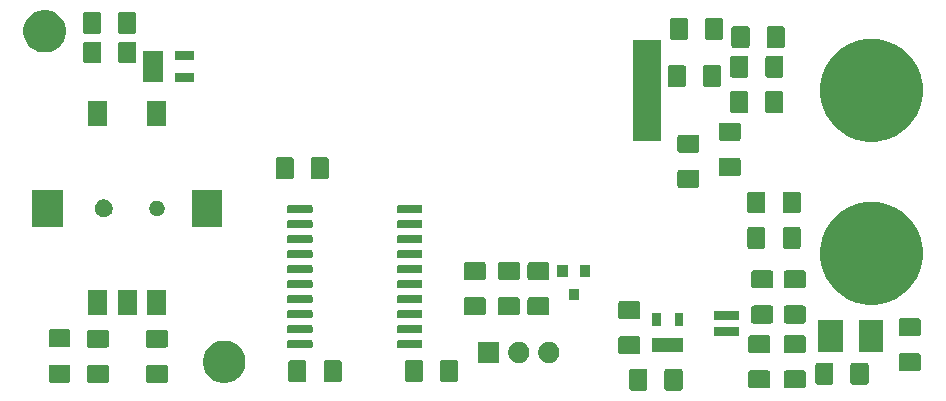
<source format=gbr>
G04 #@! TF.GenerationSoftware,KiCad,Pcbnew,(5.1.5)-3*
G04 #@! TF.CreationDate,2020-08-02T11:19:38+02:00*
G04 #@! TF.ProjectId,_Spot,b553706f-742e-46b6-9963-61645f706362,rev?*
G04 #@! TF.SameCoordinates,Original*
G04 #@! TF.FileFunction,Soldermask,Top*
G04 #@! TF.FilePolarity,Negative*
%FSLAX46Y46*%
G04 Gerber Fmt 4.6, Leading zero omitted, Abs format (unit mm)*
G04 Created by KiCad (PCBNEW (5.1.5)-3) date 2020-08-02 11:19:38*
%MOMM*%
%LPD*%
G04 APERTURE LIST*
%ADD10C,0.150000*%
G04 APERTURE END LIST*
D10*
G36*
X151850562Y-108578181D02*
G01*
X151885481Y-108588774D01*
X151917663Y-108605976D01*
X151945873Y-108629127D01*
X151969024Y-108657337D01*
X151986226Y-108689519D01*
X151996819Y-108724438D01*
X152001000Y-108766895D01*
X152001000Y-110233105D01*
X151996819Y-110275562D01*
X151986226Y-110310481D01*
X151969024Y-110342663D01*
X151945873Y-110370873D01*
X151917663Y-110394024D01*
X151885481Y-110411226D01*
X151850562Y-110421819D01*
X151808105Y-110426000D01*
X150666895Y-110426000D01*
X150624438Y-110421819D01*
X150589519Y-110411226D01*
X150557337Y-110394024D01*
X150529127Y-110370873D01*
X150505976Y-110342663D01*
X150488774Y-110310481D01*
X150478181Y-110275562D01*
X150474000Y-110233105D01*
X150474000Y-108766895D01*
X150478181Y-108724438D01*
X150488774Y-108689519D01*
X150505976Y-108657337D01*
X150529127Y-108629127D01*
X150557337Y-108605976D01*
X150589519Y-108588774D01*
X150624438Y-108578181D01*
X150666895Y-108574000D01*
X151808105Y-108574000D01*
X151850562Y-108578181D01*
G37*
G36*
X148875562Y-108578181D02*
G01*
X148910481Y-108588774D01*
X148942663Y-108605976D01*
X148970873Y-108629127D01*
X148994024Y-108657337D01*
X149011226Y-108689519D01*
X149021819Y-108724438D01*
X149026000Y-108766895D01*
X149026000Y-110233105D01*
X149021819Y-110275562D01*
X149011226Y-110310481D01*
X148994024Y-110342663D01*
X148970873Y-110370873D01*
X148942663Y-110394024D01*
X148910481Y-110411226D01*
X148875562Y-110421819D01*
X148833105Y-110426000D01*
X147691895Y-110426000D01*
X147649438Y-110421819D01*
X147614519Y-110411226D01*
X147582337Y-110394024D01*
X147554127Y-110370873D01*
X147530976Y-110342663D01*
X147513774Y-110310481D01*
X147503181Y-110275562D01*
X147499000Y-110233105D01*
X147499000Y-108766895D01*
X147503181Y-108724438D01*
X147513774Y-108689519D01*
X147530976Y-108657337D01*
X147554127Y-108629127D01*
X147582337Y-108605976D01*
X147614519Y-108588774D01*
X147649438Y-108578181D01*
X147691895Y-108574000D01*
X148833105Y-108574000D01*
X148875562Y-108578181D01*
G37*
G36*
X159275562Y-108728181D02*
G01*
X159310481Y-108738774D01*
X159342663Y-108755976D01*
X159370873Y-108779127D01*
X159394024Y-108807337D01*
X159411226Y-108839519D01*
X159421819Y-108874438D01*
X159426000Y-108916895D01*
X159426000Y-110058105D01*
X159421819Y-110100562D01*
X159411226Y-110135481D01*
X159394024Y-110167663D01*
X159370873Y-110195873D01*
X159342663Y-110219024D01*
X159310481Y-110236226D01*
X159275562Y-110246819D01*
X159233105Y-110251000D01*
X157766895Y-110251000D01*
X157724438Y-110246819D01*
X157689519Y-110236226D01*
X157657337Y-110219024D01*
X157629127Y-110195873D01*
X157605976Y-110167663D01*
X157588774Y-110135481D01*
X157578181Y-110100562D01*
X157574000Y-110058105D01*
X157574000Y-108916895D01*
X157578181Y-108874438D01*
X157588774Y-108839519D01*
X157605976Y-108807337D01*
X157629127Y-108779127D01*
X157657337Y-108755976D01*
X157689519Y-108738774D01*
X157724438Y-108728181D01*
X157766895Y-108724000D01*
X159233105Y-108724000D01*
X159275562Y-108728181D01*
G37*
G36*
X162275562Y-108728181D02*
G01*
X162310481Y-108738774D01*
X162342663Y-108755976D01*
X162370873Y-108779127D01*
X162394024Y-108807337D01*
X162411226Y-108839519D01*
X162421819Y-108874438D01*
X162426000Y-108916895D01*
X162426000Y-110058105D01*
X162421819Y-110100562D01*
X162411226Y-110135481D01*
X162394024Y-110167663D01*
X162370873Y-110195873D01*
X162342663Y-110219024D01*
X162310481Y-110236226D01*
X162275562Y-110246819D01*
X162233105Y-110251000D01*
X160766895Y-110251000D01*
X160724438Y-110246819D01*
X160689519Y-110236226D01*
X160657337Y-110219024D01*
X160629127Y-110195873D01*
X160605976Y-110167663D01*
X160588774Y-110135481D01*
X160578181Y-110100562D01*
X160574000Y-110058105D01*
X160574000Y-108916895D01*
X160578181Y-108874438D01*
X160588774Y-108839519D01*
X160605976Y-108807337D01*
X160629127Y-108779127D01*
X160657337Y-108755976D01*
X160689519Y-108738774D01*
X160724438Y-108728181D01*
X160766895Y-108724000D01*
X162233105Y-108724000D01*
X162275562Y-108728181D01*
G37*
G36*
X167600562Y-108078181D02*
G01*
X167635481Y-108088774D01*
X167667663Y-108105976D01*
X167695873Y-108129127D01*
X167719024Y-108157337D01*
X167736226Y-108189519D01*
X167746819Y-108224438D01*
X167751000Y-108266895D01*
X167751000Y-109733105D01*
X167746819Y-109775562D01*
X167736226Y-109810481D01*
X167719024Y-109842663D01*
X167695873Y-109870873D01*
X167667663Y-109894024D01*
X167635481Y-109911226D01*
X167600562Y-109921819D01*
X167558105Y-109926000D01*
X166416895Y-109926000D01*
X166374438Y-109921819D01*
X166339519Y-109911226D01*
X166307337Y-109894024D01*
X166279127Y-109870873D01*
X166255976Y-109842663D01*
X166238774Y-109810481D01*
X166228181Y-109775562D01*
X166224000Y-109733105D01*
X166224000Y-108266895D01*
X166228181Y-108224438D01*
X166238774Y-108189519D01*
X166255976Y-108157337D01*
X166279127Y-108129127D01*
X166307337Y-108105976D01*
X166339519Y-108088774D01*
X166374438Y-108078181D01*
X166416895Y-108074000D01*
X167558105Y-108074000D01*
X167600562Y-108078181D01*
G37*
G36*
X164625562Y-108078181D02*
G01*
X164660481Y-108088774D01*
X164692663Y-108105976D01*
X164720873Y-108129127D01*
X164744024Y-108157337D01*
X164761226Y-108189519D01*
X164771819Y-108224438D01*
X164776000Y-108266895D01*
X164776000Y-109733105D01*
X164771819Y-109775562D01*
X164761226Y-109810481D01*
X164744024Y-109842663D01*
X164720873Y-109870873D01*
X164692663Y-109894024D01*
X164660481Y-109911226D01*
X164625562Y-109921819D01*
X164583105Y-109926000D01*
X163441895Y-109926000D01*
X163399438Y-109921819D01*
X163364519Y-109911226D01*
X163332337Y-109894024D01*
X163304127Y-109870873D01*
X163280976Y-109842663D01*
X163263774Y-109810481D01*
X163253181Y-109775562D01*
X163249000Y-109733105D01*
X163249000Y-108266895D01*
X163253181Y-108224438D01*
X163263774Y-108189519D01*
X163280976Y-108157337D01*
X163304127Y-108129127D01*
X163332337Y-108105976D01*
X163364519Y-108088774D01*
X163399438Y-108078181D01*
X163441895Y-108074000D01*
X164583105Y-108074000D01*
X164625562Y-108078181D01*
G37*
G36*
X113725331Y-106268211D02*
G01*
X114053092Y-106403974D01*
X114348070Y-106601072D01*
X114598928Y-106851930D01*
X114796026Y-107146908D01*
X114931789Y-107474669D01*
X115001000Y-107822616D01*
X115001000Y-108177384D01*
X114931789Y-108525331D01*
X114796026Y-108853092D01*
X114598928Y-109148070D01*
X114348070Y-109398928D01*
X114053092Y-109596026D01*
X113725331Y-109731789D01*
X113377384Y-109801000D01*
X113022616Y-109801000D01*
X112674669Y-109731789D01*
X112346908Y-109596026D01*
X112051930Y-109398928D01*
X111801072Y-109148070D01*
X111603974Y-108853092D01*
X111468211Y-108525331D01*
X111399000Y-108177384D01*
X111399000Y-107822616D01*
X111468211Y-107474669D01*
X111603974Y-107146908D01*
X111801072Y-106851930D01*
X112051930Y-106601072D01*
X112346908Y-106403974D01*
X112674669Y-106268211D01*
X113022616Y-106199000D01*
X113377384Y-106199000D01*
X113725331Y-106268211D01*
G37*
G36*
X108275562Y-108240681D02*
G01*
X108310481Y-108251274D01*
X108342663Y-108268476D01*
X108370873Y-108291627D01*
X108394024Y-108319837D01*
X108411226Y-108352019D01*
X108421819Y-108386938D01*
X108426000Y-108429395D01*
X108426000Y-109570605D01*
X108421819Y-109613062D01*
X108411226Y-109647981D01*
X108394024Y-109680163D01*
X108370873Y-109708373D01*
X108342663Y-109731524D01*
X108310481Y-109748726D01*
X108275562Y-109759319D01*
X108233105Y-109763500D01*
X106766895Y-109763500D01*
X106724438Y-109759319D01*
X106689519Y-109748726D01*
X106657337Y-109731524D01*
X106629127Y-109708373D01*
X106605976Y-109680163D01*
X106588774Y-109647981D01*
X106578181Y-109613062D01*
X106574000Y-109570605D01*
X106574000Y-108429395D01*
X106578181Y-108386938D01*
X106588774Y-108352019D01*
X106605976Y-108319837D01*
X106629127Y-108291627D01*
X106657337Y-108268476D01*
X106689519Y-108251274D01*
X106724438Y-108240681D01*
X106766895Y-108236500D01*
X108233105Y-108236500D01*
X108275562Y-108240681D01*
G37*
G36*
X103275562Y-108240681D02*
G01*
X103310481Y-108251274D01*
X103342663Y-108268476D01*
X103370873Y-108291627D01*
X103394024Y-108319837D01*
X103411226Y-108352019D01*
X103421819Y-108386938D01*
X103426000Y-108429395D01*
X103426000Y-109570605D01*
X103421819Y-109613062D01*
X103411226Y-109647981D01*
X103394024Y-109680163D01*
X103370873Y-109708373D01*
X103342663Y-109731524D01*
X103310481Y-109748726D01*
X103275562Y-109759319D01*
X103233105Y-109763500D01*
X101766895Y-109763500D01*
X101724438Y-109759319D01*
X101689519Y-109748726D01*
X101657337Y-109731524D01*
X101629127Y-109708373D01*
X101605976Y-109680163D01*
X101588774Y-109647981D01*
X101578181Y-109613062D01*
X101574000Y-109570605D01*
X101574000Y-108429395D01*
X101578181Y-108386938D01*
X101588774Y-108352019D01*
X101605976Y-108319837D01*
X101629127Y-108291627D01*
X101657337Y-108268476D01*
X101689519Y-108251274D01*
X101724438Y-108240681D01*
X101766895Y-108236500D01*
X103233105Y-108236500D01*
X103275562Y-108240681D01*
G37*
G36*
X100025562Y-108228181D02*
G01*
X100060481Y-108238774D01*
X100092663Y-108255976D01*
X100120873Y-108279127D01*
X100144024Y-108307337D01*
X100161226Y-108339519D01*
X100171819Y-108374438D01*
X100176000Y-108416895D01*
X100176000Y-109558105D01*
X100171819Y-109600562D01*
X100161226Y-109635481D01*
X100144024Y-109667663D01*
X100120873Y-109695873D01*
X100092663Y-109719024D01*
X100060481Y-109736226D01*
X100025562Y-109746819D01*
X99983105Y-109751000D01*
X98516895Y-109751000D01*
X98474438Y-109746819D01*
X98439519Y-109736226D01*
X98407337Y-109719024D01*
X98379127Y-109695873D01*
X98355976Y-109667663D01*
X98338774Y-109635481D01*
X98328181Y-109600562D01*
X98324000Y-109558105D01*
X98324000Y-108416895D01*
X98328181Y-108374438D01*
X98338774Y-108339519D01*
X98355976Y-108307337D01*
X98379127Y-108279127D01*
X98407337Y-108255976D01*
X98439519Y-108238774D01*
X98474438Y-108228181D01*
X98516895Y-108224000D01*
X99983105Y-108224000D01*
X100025562Y-108228181D01*
G37*
G36*
X120013062Y-107878181D02*
G01*
X120047981Y-107888774D01*
X120080163Y-107905976D01*
X120108373Y-107929127D01*
X120131524Y-107957337D01*
X120148726Y-107989519D01*
X120159319Y-108024438D01*
X120163500Y-108066895D01*
X120163500Y-109533105D01*
X120159319Y-109575562D01*
X120148726Y-109610481D01*
X120131524Y-109642663D01*
X120108373Y-109670873D01*
X120080163Y-109694024D01*
X120047981Y-109711226D01*
X120013062Y-109721819D01*
X119970605Y-109726000D01*
X118829395Y-109726000D01*
X118786938Y-109721819D01*
X118752019Y-109711226D01*
X118719837Y-109694024D01*
X118691627Y-109670873D01*
X118668476Y-109642663D01*
X118651274Y-109610481D01*
X118640681Y-109575562D01*
X118636500Y-109533105D01*
X118636500Y-108066895D01*
X118640681Y-108024438D01*
X118651274Y-107989519D01*
X118668476Y-107957337D01*
X118691627Y-107929127D01*
X118719837Y-107905976D01*
X118752019Y-107888774D01*
X118786938Y-107878181D01*
X118829395Y-107874000D01*
X119970605Y-107874000D01*
X120013062Y-107878181D01*
G37*
G36*
X122988062Y-107878181D02*
G01*
X123022981Y-107888774D01*
X123055163Y-107905976D01*
X123083373Y-107929127D01*
X123106524Y-107957337D01*
X123123726Y-107989519D01*
X123134319Y-108024438D01*
X123138500Y-108066895D01*
X123138500Y-109533105D01*
X123134319Y-109575562D01*
X123123726Y-109610481D01*
X123106524Y-109642663D01*
X123083373Y-109670873D01*
X123055163Y-109694024D01*
X123022981Y-109711226D01*
X122988062Y-109721819D01*
X122945605Y-109726000D01*
X121804395Y-109726000D01*
X121761938Y-109721819D01*
X121727019Y-109711226D01*
X121694837Y-109694024D01*
X121666627Y-109670873D01*
X121643476Y-109642663D01*
X121626274Y-109610481D01*
X121615681Y-109575562D01*
X121611500Y-109533105D01*
X121611500Y-108066895D01*
X121615681Y-108024438D01*
X121626274Y-107989519D01*
X121643476Y-107957337D01*
X121666627Y-107929127D01*
X121694837Y-107905976D01*
X121727019Y-107888774D01*
X121761938Y-107878181D01*
X121804395Y-107874000D01*
X122945605Y-107874000D01*
X122988062Y-107878181D01*
G37*
G36*
X129875562Y-107828181D02*
G01*
X129910481Y-107838774D01*
X129942663Y-107855976D01*
X129970873Y-107879127D01*
X129994024Y-107907337D01*
X130011226Y-107939519D01*
X130021819Y-107974438D01*
X130026000Y-108016895D01*
X130026000Y-109483105D01*
X130021819Y-109525562D01*
X130011226Y-109560481D01*
X129994024Y-109592663D01*
X129970873Y-109620873D01*
X129942663Y-109644024D01*
X129910481Y-109661226D01*
X129875562Y-109671819D01*
X129833105Y-109676000D01*
X128691895Y-109676000D01*
X128649438Y-109671819D01*
X128614519Y-109661226D01*
X128582337Y-109644024D01*
X128554127Y-109620873D01*
X128530976Y-109592663D01*
X128513774Y-109560481D01*
X128503181Y-109525562D01*
X128499000Y-109483105D01*
X128499000Y-108016895D01*
X128503181Y-107974438D01*
X128513774Y-107939519D01*
X128530976Y-107907337D01*
X128554127Y-107879127D01*
X128582337Y-107855976D01*
X128614519Y-107838774D01*
X128649438Y-107828181D01*
X128691895Y-107824000D01*
X129833105Y-107824000D01*
X129875562Y-107828181D01*
G37*
G36*
X132850562Y-107828181D02*
G01*
X132885481Y-107838774D01*
X132917663Y-107855976D01*
X132945873Y-107879127D01*
X132969024Y-107907337D01*
X132986226Y-107939519D01*
X132996819Y-107974438D01*
X133001000Y-108016895D01*
X133001000Y-109483105D01*
X132996819Y-109525562D01*
X132986226Y-109560481D01*
X132969024Y-109592663D01*
X132945873Y-109620873D01*
X132917663Y-109644024D01*
X132885481Y-109661226D01*
X132850562Y-109671819D01*
X132808105Y-109676000D01*
X131666895Y-109676000D01*
X131624438Y-109671819D01*
X131589519Y-109661226D01*
X131557337Y-109644024D01*
X131529127Y-109620873D01*
X131505976Y-109592663D01*
X131488774Y-109560481D01*
X131478181Y-109525562D01*
X131474000Y-109483105D01*
X131474000Y-108016895D01*
X131478181Y-107974438D01*
X131488774Y-107939519D01*
X131505976Y-107907337D01*
X131529127Y-107879127D01*
X131557337Y-107855976D01*
X131589519Y-107838774D01*
X131624438Y-107828181D01*
X131666895Y-107824000D01*
X132808105Y-107824000D01*
X132850562Y-107828181D01*
G37*
G36*
X172025562Y-107278181D02*
G01*
X172060481Y-107288774D01*
X172092663Y-107305976D01*
X172120873Y-107329127D01*
X172144024Y-107357337D01*
X172161226Y-107389519D01*
X172171819Y-107424438D01*
X172176000Y-107466895D01*
X172176000Y-108608105D01*
X172171819Y-108650562D01*
X172161226Y-108685481D01*
X172144024Y-108717663D01*
X172120873Y-108745873D01*
X172092663Y-108769024D01*
X172060481Y-108786226D01*
X172025562Y-108796819D01*
X171983105Y-108801000D01*
X170516895Y-108801000D01*
X170474438Y-108796819D01*
X170439519Y-108786226D01*
X170407337Y-108769024D01*
X170379127Y-108745873D01*
X170355976Y-108717663D01*
X170338774Y-108685481D01*
X170328181Y-108650562D01*
X170324000Y-108608105D01*
X170324000Y-107466895D01*
X170328181Y-107424438D01*
X170338774Y-107389519D01*
X170355976Y-107357337D01*
X170379127Y-107329127D01*
X170407337Y-107305976D01*
X170439519Y-107288774D01*
X170474438Y-107278181D01*
X170516895Y-107274000D01*
X171983105Y-107274000D01*
X172025562Y-107278181D01*
G37*
G36*
X138253512Y-106303927D02*
G01*
X138402812Y-106333624D01*
X138566784Y-106401544D01*
X138714354Y-106500147D01*
X138839853Y-106625646D01*
X138938456Y-106773216D01*
X139006376Y-106937188D01*
X139035400Y-107083105D01*
X139041000Y-107111258D01*
X139041000Y-107288742D01*
X139037572Y-107305976D01*
X139006376Y-107462812D01*
X138938456Y-107626784D01*
X138839853Y-107774354D01*
X138714354Y-107899853D01*
X138566784Y-107998456D01*
X138402812Y-108066376D01*
X138261962Y-108094392D01*
X138228742Y-108101000D01*
X138051258Y-108101000D01*
X138018038Y-108094392D01*
X137877188Y-108066376D01*
X137713216Y-107998456D01*
X137565646Y-107899853D01*
X137440147Y-107774354D01*
X137341544Y-107626784D01*
X137273624Y-107462812D01*
X137242428Y-107305976D01*
X137239000Y-107288742D01*
X137239000Y-107111258D01*
X137244600Y-107083105D01*
X137273624Y-106937188D01*
X137341544Y-106773216D01*
X137440147Y-106625646D01*
X137565646Y-106500147D01*
X137713216Y-106401544D01*
X137877188Y-106333624D01*
X138026488Y-106303927D01*
X138051258Y-106299000D01*
X138228742Y-106299000D01*
X138253512Y-106303927D01*
G37*
G36*
X140793512Y-106303927D02*
G01*
X140942812Y-106333624D01*
X141106784Y-106401544D01*
X141254354Y-106500147D01*
X141379853Y-106625646D01*
X141478456Y-106773216D01*
X141546376Y-106937188D01*
X141575400Y-107083105D01*
X141581000Y-107111258D01*
X141581000Y-107288742D01*
X141577572Y-107305976D01*
X141546376Y-107462812D01*
X141478456Y-107626784D01*
X141379853Y-107774354D01*
X141254354Y-107899853D01*
X141106784Y-107998456D01*
X140942812Y-108066376D01*
X140801962Y-108094392D01*
X140768742Y-108101000D01*
X140591258Y-108101000D01*
X140558038Y-108094392D01*
X140417188Y-108066376D01*
X140253216Y-107998456D01*
X140105646Y-107899853D01*
X139980147Y-107774354D01*
X139881544Y-107626784D01*
X139813624Y-107462812D01*
X139782428Y-107305976D01*
X139779000Y-107288742D01*
X139779000Y-107111258D01*
X139784600Y-107083105D01*
X139813624Y-106937188D01*
X139881544Y-106773216D01*
X139980147Y-106625646D01*
X140105646Y-106500147D01*
X140253216Y-106401544D01*
X140417188Y-106333624D01*
X140566488Y-106303927D01*
X140591258Y-106299000D01*
X140768742Y-106299000D01*
X140793512Y-106303927D01*
G37*
G36*
X136501000Y-108101000D02*
G01*
X134699000Y-108101000D01*
X134699000Y-106299000D01*
X136501000Y-106299000D01*
X136501000Y-108101000D01*
G37*
G36*
X148275562Y-105828181D02*
G01*
X148310481Y-105838774D01*
X148342663Y-105855976D01*
X148370873Y-105879127D01*
X148394024Y-105907337D01*
X148411226Y-105939519D01*
X148421819Y-105974438D01*
X148426000Y-106016895D01*
X148426000Y-107158105D01*
X148421819Y-107200562D01*
X148411226Y-107235481D01*
X148394024Y-107267663D01*
X148370873Y-107295873D01*
X148342663Y-107319024D01*
X148310481Y-107336226D01*
X148275562Y-107346819D01*
X148233105Y-107351000D01*
X146766895Y-107351000D01*
X146724438Y-107346819D01*
X146689519Y-107336226D01*
X146657337Y-107319024D01*
X146629127Y-107295873D01*
X146605976Y-107267663D01*
X146588774Y-107235481D01*
X146578181Y-107200562D01*
X146574000Y-107158105D01*
X146574000Y-106016895D01*
X146578181Y-105974438D01*
X146588774Y-105939519D01*
X146605976Y-105907337D01*
X146629127Y-105879127D01*
X146657337Y-105855976D01*
X146689519Y-105838774D01*
X146724438Y-105828181D01*
X146766895Y-105824000D01*
X148233105Y-105824000D01*
X148275562Y-105828181D01*
G37*
G36*
X162275562Y-105753181D02*
G01*
X162310481Y-105763774D01*
X162342663Y-105780976D01*
X162370873Y-105804127D01*
X162394024Y-105832337D01*
X162411226Y-105864519D01*
X162421819Y-105899438D01*
X162426000Y-105941895D01*
X162426000Y-107083105D01*
X162421819Y-107125562D01*
X162411226Y-107160481D01*
X162394024Y-107192663D01*
X162370873Y-107220873D01*
X162342663Y-107244024D01*
X162310481Y-107261226D01*
X162275562Y-107271819D01*
X162233105Y-107276000D01*
X160766895Y-107276000D01*
X160724438Y-107271819D01*
X160689519Y-107261226D01*
X160657337Y-107244024D01*
X160629127Y-107220873D01*
X160605976Y-107192663D01*
X160588774Y-107160481D01*
X160578181Y-107125562D01*
X160574000Y-107083105D01*
X160574000Y-105941895D01*
X160578181Y-105899438D01*
X160588774Y-105864519D01*
X160605976Y-105832337D01*
X160629127Y-105804127D01*
X160657337Y-105780976D01*
X160689519Y-105763774D01*
X160724438Y-105753181D01*
X160766895Y-105749000D01*
X162233105Y-105749000D01*
X162275562Y-105753181D01*
G37*
G36*
X159275562Y-105753181D02*
G01*
X159310481Y-105763774D01*
X159342663Y-105780976D01*
X159370873Y-105804127D01*
X159394024Y-105832337D01*
X159411226Y-105864519D01*
X159421819Y-105899438D01*
X159426000Y-105941895D01*
X159426000Y-107083105D01*
X159421819Y-107125562D01*
X159411226Y-107160481D01*
X159394024Y-107192663D01*
X159370873Y-107220873D01*
X159342663Y-107244024D01*
X159310481Y-107261226D01*
X159275562Y-107271819D01*
X159233105Y-107276000D01*
X157766895Y-107276000D01*
X157724438Y-107271819D01*
X157689519Y-107261226D01*
X157657337Y-107244024D01*
X157629127Y-107220873D01*
X157605976Y-107192663D01*
X157588774Y-107160481D01*
X157578181Y-107125562D01*
X157574000Y-107083105D01*
X157574000Y-105941895D01*
X157578181Y-105899438D01*
X157588774Y-105864519D01*
X157605976Y-105832337D01*
X157629127Y-105804127D01*
X157657337Y-105780976D01*
X157689519Y-105763774D01*
X157724438Y-105753181D01*
X157766895Y-105749000D01*
X159233105Y-105749000D01*
X159275562Y-105753181D01*
G37*
G36*
X152076000Y-107181000D02*
G01*
X149424000Y-107181000D01*
X149424000Y-106019000D01*
X152076000Y-106019000D01*
X152076000Y-107181000D01*
G37*
G36*
X169011000Y-107126000D02*
G01*
X166909000Y-107126000D01*
X166909000Y-104474000D01*
X169011000Y-104474000D01*
X169011000Y-107126000D01*
G37*
G36*
X165591000Y-107126000D02*
G01*
X163489000Y-107126000D01*
X163489000Y-104474000D01*
X165591000Y-104474000D01*
X165591000Y-107126000D01*
G37*
G36*
X129884928Y-106166764D02*
G01*
X129906009Y-106173160D01*
X129925445Y-106183548D01*
X129942476Y-106197524D01*
X129956452Y-106214555D01*
X129966840Y-106233991D01*
X129973236Y-106255072D01*
X129976000Y-106283140D01*
X129976000Y-106746860D01*
X129973236Y-106774928D01*
X129966840Y-106796009D01*
X129956452Y-106815445D01*
X129942476Y-106832476D01*
X129925445Y-106846452D01*
X129906009Y-106856840D01*
X129884928Y-106863236D01*
X129856860Y-106866000D01*
X127943140Y-106866000D01*
X127915072Y-106863236D01*
X127893991Y-106856840D01*
X127874555Y-106846452D01*
X127857524Y-106832476D01*
X127843548Y-106815445D01*
X127833160Y-106796009D01*
X127826764Y-106774928D01*
X127824000Y-106746860D01*
X127824000Y-106283140D01*
X127826764Y-106255072D01*
X127833160Y-106233991D01*
X127843548Y-106214555D01*
X127857524Y-106197524D01*
X127874555Y-106183548D01*
X127893991Y-106173160D01*
X127915072Y-106166764D01*
X127943140Y-106164000D01*
X129856860Y-106164000D01*
X129884928Y-106166764D01*
G37*
G36*
X120584928Y-106166764D02*
G01*
X120606009Y-106173160D01*
X120625445Y-106183548D01*
X120642476Y-106197524D01*
X120656452Y-106214555D01*
X120666840Y-106233991D01*
X120673236Y-106255072D01*
X120676000Y-106283140D01*
X120676000Y-106746860D01*
X120673236Y-106774928D01*
X120666840Y-106796009D01*
X120656452Y-106815445D01*
X120642476Y-106832476D01*
X120625445Y-106846452D01*
X120606009Y-106856840D01*
X120584928Y-106863236D01*
X120556860Y-106866000D01*
X118643140Y-106866000D01*
X118615072Y-106863236D01*
X118593991Y-106856840D01*
X118574555Y-106846452D01*
X118557524Y-106832476D01*
X118543548Y-106815445D01*
X118533160Y-106796009D01*
X118526764Y-106774928D01*
X118524000Y-106746860D01*
X118524000Y-106283140D01*
X118526764Y-106255072D01*
X118533160Y-106233991D01*
X118543548Y-106214555D01*
X118557524Y-106197524D01*
X118574555Y-106183548D01*
X118593991Y-106173160D01*
X118615072Y-106166764D01*
X118643140Y-106164000D01*
X120556860Y-106164000D01*
X120584928Y-106166764D01*
G37*
G36*
X108275562Y-105265681D02*
G01*
X108310481Y-105276274D01*
X108342663Y-105293476D01*
X108370873Y-105316627D01*
X108394024Y-105344837D01*
X108411226Y-105377019D01*
X108421819Y-105411938D01*
X108426000Y-105454395D01*
X108426000Y-106595605D01*
X108421819Y-106638062D01*
X108411226Y-106672981D01*
X108394024Y-106705163D01*
X108370873Y-106733373D01*
X108342663Y-106756524D01*
X108310481Y-106773726D01*
X108275562Y-106784319D01*
X108233105Y-106788500D01*
X106766895Y-106788500D01*
X106724438Y-106784319D01*
X106689519Y-106773726D01*
X106657337Y-106756524D01*
X106629127Y-106733373D01*
X106605976Y-106705163D01*
X106588774Y-106672981D01*
X106578181Y-106638062D01*
X106574000Y-106595605D01*
X106574000Y-105454395D01*
X106578181Y-105411938D01*
X106588774Y-105377019D01*
X106605976Y-105344837D01*
X106629127Y-105316627D01*
X106657337Y-105293476D01*
X106689519Y-105276274D01*
X106724438Y-105265681D01*
X106766895Y-105261500D01*
X108233105Y-105261500D01*
X108275562Y-105265681D01*
G37*
G36*
X103275562Y-105265681D02*
G01*
X103310481Y-105276274D01*
X103342663Y-105293476D01*
X103370873Y-105316627D01*
X103394024Y-105344837D01*
X103411226Y-105377019D01*
X103421819Y-105411938D01*
X103426000Y-105454395D01*
X103426000Y-106595605D01*
X103421819Y-106638062D01*
X103411226Y-106672981D01*
X103394024Y-106705163D01*
X103370873Y-106733373D01*
X103342663Y-106756524D01*
X103310481Y-106773726D01*
X103275562Y-106784319D01*
X103233105Y-106788500D01*
X101766895Y-106788500D01*
X101724438Y-106784319D01*
X101689519Y-106773726D01*
X101657337Y-106756524D01*
X101629127Y-106733373D01*
X101605976Y-106705163D01*
X101588774Y-106672981D01*
X101578181Y-106638062D01*
X101574000Y-106595605D01*
X101574000Y-105454395D01*
X101578181Y-105411938D01*
X101588774Y-105377019D01*
X101605976Y-105344837D01*
X101629127Y-105316627D01*
X101657337Y-105293476D01*
X101689519Y-105276274D01*
X101724438Y-105265681D01*
X101766895Y-105261500D01*
X103233105Y-105261500D01*
X103275562Y-105265681D01*
G37*
G36*
X100025562Y-105253181D02*
G01*
X100060481Y-105263774D01*
X100092663Y-105280976D01*
X100120873Y-105304127D01*
X100144024Y-105332337D01*
X100161226Y-105364519D01*
X100171819Y-105399438D01*
X100176000Y-105441895D01*
X100176000Y-106583105D01*
X100171819Y-106625562D01*
X100161226Y-106660481D01*
X100144024Y-106692663D01*
X100120873Y-106720873D01*
X100092663Y-106744024D01*
X100060481Y-106761226D01*
X100025562Y-106771819D01*
X99983105Y-106776000D01*
X98516895Y-106776000D01*
X98474438Y-106771819D01*
X98439519Y-106761226D01*
X98407337Y-106744024D01*
X98379127Y-106720873D01*
X98355976Y-106692663D01*
X98338774Y-106660481D01*
X98328181Y-106625562D01*
X98324000Y-106583105D01*
X98324000Y-105441895D01*
X98328181Y-105399438D01*
X98338774Y-105364519D01*
X98355976Y-105332337D01*
X98379127Y-105304127D01*
X98407337Y-105280976D01*
X98439519Y-105263774D01*
X98474438Y-105253181D01*
X98516895Y-105249000D01*
X99983105Y-105249000D01*
X100025562Y-105253181D01*
G37*
G36*
X172025562Y-104303181D02*
G01*
X172060481Y-104313774D01*
X172092663Y-104330976D01*
X172120873Y-104354127D01*
X172144024Y-104382337D01*
X172161226Y-104414519D01*
X172171819Y-104449438D01*
X172176000Y-104491895D01*
X172176000Y-105633105D01*
X172171819Y-105675562D01*
X172161226Y-105710481D01*
X172144024Y-105742663D01*
X172120873Y-105770873D01*
X172092663Y-105794024D01*
X172060481Y-105811226D01*
X172025562Y-105821819D01*
X171983105Y-105826000D01*
X170516895Y-105826000D01*
X170474438Y-105821819D01*
X170439519Y-105811226D01*
X170407337Y-105794024D01*
X170379127Y-105770873D01*
X170355976Y-105742663D01*
X170338774Y-105710481D01*
X170328181Y-105675562D01*
X170324000Y-105633105D01*
X170324000Y-104491895D01*
X170328181Y-104449438D01*
X170338774Y-104414519D01*
X170355976Y-104382337D01*
X170379127Y-104354127D01*
X170407337Y-104330976D01*
X170439519Y-104313774D01*
X170474438Y-104303181D01*
X170516895Y-104299000D01*
X171983105Y-104299000D01*
X172025562Y-104303181D01*
G37*
G36*
X156801000Y-105801000D02*
G01*
X154699000Y-105801000D01*
X154699000Y-105049000D01*
X156801000Y-105049000D01*
X156801000Y-105801000D01*
G37*
G36*
X129884928Y-104896764D02*
G01*
X129906009Y-104903160D01*
X129925445Y-104913548D01*
X129942476Y-104927524D01*
X129956452Y-104944555D01*
X129966840Y-104963991D01*
X129973236Y-104985072D01*
X129976000Y-105013140D01*
X129976000Y-105476860D01*
X129973236Y-105504928D01*
X129966840Y-105526009D01*
X129956452Y-105545445D01*
X129942476Y-105562476D01*
X129925445Y-105576452D01*
X129906009Y-105586840D01*
X129884928Y-105593236D01*
X129856860Y-105596000D01*
X127943140Y-105596000D01*
X127915072Y-105593236D01*
X127893991Y-105586840D01*
X127874555Y-105576452D01*
X127857524Y-105562476D01*
X127843548Y-105545445D01*
X127833160Y-105526009D01*
X127826764Y-105504928D01*
X127824000Y-105476860D01*
X127824000Y-105013140D01*
X127826764Y-104985072D01*
X127833160Y-104963991D01*
X127843548Y-104944555D01*
X127857524Y-104927524D01*
X127874555Y-104913548D01*
X127893991Y-104903160D01*
X127915072Y-104896764D01*
X127943140Y-104894000D01*
X129856860Y-104894000D01*
X129884928Y-104896764D01*
G37*
G36*
X120584928Y-104896764D02*
G01*
X120606009Y-104903160D01*
X120625445Y-104913548D01*
X120642476Y-104927524D01*
X120656452Y-104944555D01*
X120666840Y-104963991D01*
X120673236Y-104985072D01*
X120676000Y-105013140D01*
X120676000Y-105476860D01*
X120673236Y-105504928D01*
X120666840Y-105526009D01*
X120656452Y-105545445D01*
X120642476Y-105562476D01*
X120625445Y-105576452D01*
X120606009Y-105586840D01*
X120584928Y-105593236D01*
X120556860Y-105596000D01*
X118643140Y-105596000D01*
X118615072Y-105593236D01*
X118593991Y-105586840D01*
X118574555Y-105576452D01*
X118557524Y-105562476D01*
X118543548Y-105545445D01*
X118533160Y-105526009D01*
X118526764Y-105504928D01*
X118524000Y-105476860D01*
X118524000Y-105013140D01*
X118526764Y-104985072D01*
X118533160Y-104963991D01*
X118543548Y-104944555D01*
X118557524Y-104927524D01*
X118574555Y-104913548D01*
X118593991Y-104903160D01*
X118615072Y-104896764D01*
X118643140Y-104894000D01*
X120556860Y-104894000D01*
X120584928Y-104896764D01*
G37*
G36*
X150176000Y-104981000D02*
G01*
X149424000Y-104981000D01*
X149424000Y-103819000D01*
X150176000Y-103819000D01*
X150176000Y-104981000D01*
G37*
G36*
X152076000Y-104981000D02*
G01*
X151324000Y-104981000D01*
X151324000Y-103819000D01*
X152076000Y-103819000D01*
X152076000Y-104981000D01*
G37*
G36*
X159525562Y-103228181D02*
G01*
X159560481Y-103238774D01*
X159592663Y-103255976D01*
X159620873Y-103279127D01*
X159644024Y-103307337D01*
X159661226Y-103339519D01*
X159671819Y-103374438D01*
X159676000Y-103416895D01*
X159676000Y-104558105D01*
X159671819Y-104600562D01*
X159661226Y-104635481D01*
X159644024Y-104667663D01*
X159620873Y-104695873D01*
X159592663Y-104719024D01*
X159560481Y-104736226D01*
X159525562Y-104746819D01*
X159483105Y-104751000D01*
X158016895Y-104751000D01*
X157974438Y-104746819D01*
X157939519Y-104736226D01*
X157907337Y-104719024D01*
X157879127Y-104695873D01*
X157855976Y-104667663D01*
X157838774Y-104635481D01*
X157828181Y-104600562D01*
X157824000Y-104558105D01*
X157824000Y-103416895D01*
X157828181Y-103374438D01*
X157838774Y-103339519D01*
X157855976Y-103307337D01*
X157879127Y-103279127D01*
X157907337Y-103255976D01*
X157939519Y-103238774D01*
X157974438Y-103228181D01*
X158016895Y-103224000D01*
X159483105Y-103224000D01*
X159525562Y-103228181D01*
G37*
G36*
X162275562Y-103228181D02*
G01*
X162310481Y-103238774D01*
X162342663Y-103255976D01*
X162370873Y-103279127D01*
X162394024Y-103307337D01*
X162411226Y-103339519D01*
X162421819Y-103374438D01*
X162426000Y-103416895D01*
X162426000Y-104558105D01*
X162421819Y-104600562D01*
X162411226Y-104635481D01*
X162394024Y-104667663D01*
X162370873Y-104695873D01*
X162342663Y-104719024D01*
X162310481Y-104736226D01*
X162275562Y-104746819D01*
X162233105Y-104751000D01*
X160766895Y-104751000D01*
X160724438Y-104746819D01*
X160689519Y-104736226D01*
X160657337Y-104719024D01*
X160629127Y-104695873D01*
X160605976Y-104667663D01*
X160588774Y-104635481D01*
X160578181Y-104600562D01*
X160574000Y-104558105D01*
X160574000Y-103416895D01*
X160578181Y-103374438D01*
X160588774Y-103339519D01*
X160605976Y-103307337D01*
X160629127Y-103279127D01*
X160657337Y-103255976D01*
X160689519Y-103238774D01*
X160724438Y-103228181D01*
X160766895Y-103224000D01*
X162233105Y-103224000D01*
X162275562Y-103228181D01*
G37*
G36*
X156801000Y-104451000D02*
G01*
X154699000Y-104451000D01*
X154699000Y-103699000D01*
X156801000Y-103699000D01*
X156801000Y-104451000D01*
G37*
G36*
X148275562Y-102853181D02*
G01*
X148310481Y-102863774D01*
X148342663Y-102880976D01*
X148370873Y-102904127D01*
X148394024Y-102932337D01*
X148411226Y-102964519D01*
X148421819Y-102999438D01*
X148426000Y-103041895D01*
X148426000Y-104183105D01*
X148421819Y-104225562D01*
X148411226Y-104260481D01*
X148394024Y-104292663D01*
X148370873Y-104320873D01*
X148342663Y-104344024D01*
X148310481Y-104361226D01*
X148275562Y-104371819D01*
X148233105Y-104376000D01*
X146766895Y-104376000D01*
X146724438Y-104371819D01*
X146689519Y-104361226D01*
X146657337Y-104344024D01*
X146629127Y-104320873D01*
X146605976Y-104292663D01*
X146588774Y-104260481D01*
X146578181Y-104225562D01*
X146574000Y-104183105D01*
X146574000Y-103041895D01*
X146578181Y-102999438D01*
X146588774Y-102964519D01*
X146605976Y-102932337D01*
X146629127Y-102904127D01*
X146657337Y-102880976D01*
X146689519Y-102863774D01*
X146724438Y-102853181D01*
X146766895Y-102849000D01*
X148233105Y-102849000D01*
X148275562Y-102853181D01*
G37*
G36*
X120584928Y-103626764D02*
G01*
X120606009Y-103633160D01*
X120625445Y-103643548D01*
X120642476Y-103657524D01*
X120656452Y-103674555D01*
X120666840Y-103693991D01*
X120673236Y-103715072D01*
X120676000Y-103743140D01*
X120676000Y-104206860D01*
X120673236Y-104234928D01*
X120666840Y-104256009D01*
X120656452Y-104275445D01*
X120642476Y-104292476D01*
X120625445Y-104306452D01*
X120606009Y-104316840D01*
X120584928Y-104323236D01*
X120556860Y-104326000D01*
X118643140Y-104326000D01*
X118615072Y-104323236D01*
X118593991Y-104316840D01*
X118574555Y-104306452D01*
X118557524Y-104292476D01*
X118543548Y-104275445D01*
X118533160Y-104256009D01*
X118526764Y-104234928D01*
X118524000Y-104206860D01*
X118524000Y-103743140D01*
X118526764Y-103715072D01*
X118533160Y-103693991D01*
X118543548Y-103674555D01*
X118557524Y-103657524D01*
X118574555Y-103643548D01*
X118593991Y-103633160D01*
X118615072Y-103626764D01*
X118643140Y-103624000D01*
X120556860Y-103624000D01*
X120584928Y-103626764D01*
G37*
G36*
X129884928Y-103626764D02*
G01*
X129906009Y-103633160D01*
X129925445Y-103643548D01*
X129942476Y-103657524D01*
X129956452Y-103674555D01*
X129966840Y-103693991D01*
X129973236Y-103715072D01*
X129976000Y-103743140D01*
X129976000Y-104206860D01*
X129973236Y-104234928D01*
X129966840Y-104256009D01*
X129956452Y-104275445D01*
X129942476Y-104292476D01*
X129925445Y-104306452D01*
X129906009Y-104316840D01*
X129884928Y-104323236D01*
X129856860Y-104326000D01*
X127943140Y-104326000D01*
X127915072Y-104323236D01*
X127893991Y-104316840D01*
X127874555Y-104306452D01*
X127857524Y-104292476D01*
X127843548Y-104275445D01*
X127833160Y-104256009D01*
X127826764Y-104234928D01*
X127824000Y-104206860D01*
X127824000Y-103743140D01*
X127826764Y-103715072D01*
X127833160Y-103693991D01*
X127843548Y-103674555D01*
X127857524Y-103657524D01*
X127874555Y-103643548D01*
X127893991Y-103633160D01*
X127915072Y-103626764D01*
X127943140Y-103624000D01*
X129856860Y-103624000D01*
X129884928Y-103626764D01*
G37*
G36*
X140575562Y-102540681D02*
G01*
X140610481Y-102551274D01*
X140642663Y-102568476D01*
X140670873Y-102591627D01*
X140694024Y-102619837D01*
X140711226Y-102652019D01*
X140721819Y-102686938D01*
X140726000Y-102729395D01*
X140726000Y-103870605D01*
X140721819Y-103913062D01*
X140711226Y-103947981D01*
X140694024Y-103980163D01*
X140670873Y-104008373D01*
X140642663Y-104031524D01*
X140610481Y-104048726D01*
X140575562Y-104059319D01*
X140533105Y-104063500D01*
X139066895Y-104063500D01*
X139024438Y-104059319D01*
X138989519Y-104048726D01*
X138957337Y-104031524D01*
X138929127Y-104008373D01*
X138905976Y-103980163D01*
X138888774Y-103947981D01*
X138878181Y-103913062D01*
X138874000Y-103870605D01*
X138874000Y-102729395D01*
X138878181Y-102686938D01*
X138888774Y-102652019D01*
X138905976Y-102619837D01*
X138929127Y-102591627D01*
X138957337Y-102568476D01*
X138989519Y-102551274D01*
X139024438Y-102540681D01*
X139066895Y-102536500D01*
X140533105Y-102536500D01*
X140575562Y-102540681D01*
G37*
G36*
X138075562Y-102528181D02*
G01*
X138110481Y-102538774D01*
X138142663Y-102555976D01*
X138170873Y-102579127D01*
X138194024Y-102607337D01*
X138211226Y-102639519D01*
X138221819Y-102674438D01*
X138226000Y-102716895D01*
X138226000Y-103858105D01*
X138221819Y-103900562D01*
X138211226Y-103935481D01*
X138194024Y-103967663D01*
X138170873Y-103995873D01*
X138142663Y-104019024D01*
X138110481Y-104036226D01*
X138075562Y-104046819D01*
X138033105Y-104051000D01*
X136566895Y-104051000D01*
X136524438Y-104046819D01*
X136489519Y-104036226D01*
X136457337Y-104019024D01*
X136429127Y-103995873D01*
X136405976Y-103967663D01*
X136388774Y-103935481D01*
X136378181Y-103900562D01*
X136374000Y-103858105D01*
X136374000Y-102716895D01*
X136378181Y-102674438D01*
X136388774Y-102639519D01*
X136405976Y-102607337D01*
X136429127Y-102579127D01*
X136457337Y-102555976D01*
X136489519Y-102538774D01*
X136524438Y-102528181D01*
X136566895Y-102524000D01*
X138033105Y-102524000D01*
X138075562Y-102528181D01*
G37*
G36*
X108301000Y-104051000D02*
G01*
X106699000Y-104051000D01*
X106699000Y-101949000D01*
X108301000Y-101949000D01*
X108301000Y-104051000D01*
G37*
G36*
X103301000Y-104051000D02*
G01*
X101699000Y-104051000D01*
X101699000Y-101949000D01*
X103301000Y-101949000D01*
X103301000Y-104051000D01*
G37*
G36*
X105801000Y-104051000D02*
G01*
X104199000Y-104051000D01*
X104199000Y-101949000D01*
X105801000Y-101949000D01*
X105801000Y-104051000D01*
G37*
G36*
X135175562Y-102528181D02*
G01*
X135210481Y-102538774D01*
X135242663Y-102555976D01*
X135270873Y-102579127D01*
X135294024Y-102607337D01*
X135311226Y-102639519D01*
X135321819Y-102674438D01*
X135326000Y-102716895D01*
X135326000Y-103858105D01*
X135321819Y-103900562D01*
X135311226Y-103935481D01*
X135294024Y-103967663D01*
X135270873Y-103995873D01*
X135242663Y-104019024D01*
X135210481Y-104036226D01*
X135175562Y-104046819D01*
X135133105Y-104051000D01*
X133666895Y-104051000D01*
X133624438Y-104046819D01*
X133589519Y-104036226D01*
X133557337Y-104019024D01*
X133529127Y-103995873D01*
X133505976Y-103967663D01*
X133488774Y-103935481D01*
X133478181Y-103900562D01*
X133474000Y-103858105D01*
X133474000Y-102716895D01*
X133478181Y-102674438D01*
X133488774Y-102639519D01*
X133505976Y-102607337D01*
X133529127Y-102579127D01*
X133557337Y-102555976D01*
X133589519Y-102538774D01*
X133624438Y-102528181D01*
X133666895Y-102524000D01*
X135133105Y-102524000D01*
X135175562Y-102528181D01*
G37*
G36*
X168548156Y-94472794D02*
G01*
X169269140Y-94616206D01*
X170060972Y-94944193D01*
X170773601Y-95420357D01*
X171379643Y-96026399D01*
X171855807Y-96739028D01*
X172183794Y-97530860D01*
X172308560Y-98158105D01*
X172351000Y-98371463D01*
X172351000Y-99228537D01*
X172349348Y-99236840D01*
X172183794Y-100069140D01*
X171855807Y-100860972D01*
X171379643Y-101573601D01*
X170773601Y-102179643D01*
X170060972Y-102655807D01*
X169269140Y-102983794D01*
X168599994Y-103116895D01*
X168428537Y-103151000D01*
X167571463Y-103151000D01*
X167400006Y-103116895D01*
X166730860Y-102983794D01*
X165939028Y-102655807D01*
X165226399Y-102179643D01*
X164620357Y-101573601D01*
X164144193Y-100860972D01*
X163816206Y-100069140D01*
X163650652Y-99236840D01*
X163649000Y-99228537D01*
X163649000Y-98371463D01*
X163691440Y-98158105D01*
X163816206Y-97530860D01*
X164144193Y-96739028D01*
X164620357Y-96026399D01*
X165226399Y-95420357D01*
X165939028Y-94944193D01*
X166730860Y-94616206D01*
X167451844Y-94472794D01*
X167571463Y-94449000D01*
X168428537Y-94449000D01*
X168548156Y-94472794D01*
G37*
G36*
X120584928Y-102356764D02*
G01*
X120606009Y-102363160D01*
X120625445Y-102373548D01*
X120642476Y-102387524D01*
X120656452Y-102404555D01*
X120666840Y-102423991D01*
X120673236Y-102445072D01*
X120676000Y-102473140D01*
X120676000Y-102936860D01*
X120673236Y-102964928D01*
X120666840Y-102986009D01*
X120656452Y-103005445D01*
X120642476Y-103022476D01*
X120625445Y-103036452D01*
X120606009Y-103046840D01*
X120584928Y-103053236D01*
X120556860Y-103056000D01*
X118643140Y-103056000D01*
X118615072Y-103053236D01*
X118593991Y-103046840D01*
X118574555Y-103036452D01*
X118557524Y-103022476D01*
X118543548Y-103005445D01*
X118533160Y-102986009D01*
X118526764Y-102964928D01*
X118524000Y-102936860D01*
X118524000Y-102473140D01*
X118526764Y-102445072D01*
X118533160Y-102423991D01*
X118543548Y-102404555D01*
X118557524Y-102387524D01*
X118574555Y-102373548D01*
X118593991Y-102363160D01*
X118615072Y-102356764D01*
X118643140Y-102354000D01*
X120556860Y-102354000D01*
X120584928Y-102356764D01*
G37*
G36*
X129884928Y-102356764D02*
G01*
X129906009Y-102363160D01*
X129925445Y-102373548D01*
X129942476Y-102387524D01*
X129956452Y-102404555D01*
X129966840Y-102423991D01*
X129973236Y-102445072D01*
X129976000Y-102473140D01*
X129976000Y-102936860D01*
X129973236Y-102964928D01*
X129966840Y-102986009D01*
X129956452Y-103005445D01*
X129942476Y-103022476D01*
X129925445Y-103036452D01*
X129906009Y-103046840D01*
X129884928Y-103053236D01*
X129856860Y-103056000D01*
X127943140Y-103056000D01*
X127915072Y-103053236D01*
X127893991Y-103046840D01*
X127874555Y-103036452D01*
X127857524Y-103022476D01*
X127843548Y-103005445D01*
X127833160Y-102986009D01*
X127826764Y-102964928D01*
X127824000Y-102936860D01*
X127824000Y-102473140D01*
X127826764Y-102445072D01*
X127833160Y-102423991D01*
X127843548Y-102404555D01*
X127857524Y-102387524D01*
X127874555Y-102373548D01*
X127893991Y-102363160D01*
X127915072Y-102356764D01*
X127943140Y-102354000D01*
X129856860Y-102354000D01*
X129884928Y-102356764D01*
G37*
G36*
X143251000Y-102801000D02*
G01*
X142349000Y-102801000D01*
X142349000Y-101799000D01*
X143251000Y-101799000D01*
X143251000Y-102801000D01*
G37*
G36*
X120584928Y-101086764D02*
G01*
X120606009Y-101093160D01*
X120625445Y-101103548D01*
X120642476Y-101117524D01*
X120656452Y-101134555D01*
X120666840Y-101153991D01*
X120673236Y-101175072D01*
X120676000Y-101203140D01*
X120676000Y-101666860D01*
X120673236Y-101694928D01*
X120666840Y-101716009D01*
X120656452Y-101735445D01*
X120642476Y-101752476D01*
X120625445Y-101766452D01*
X120606009Y-101776840D01*
X120584928Y-101783236D01*
X120556860Y-101786000D01*
X118643140Y-101786000D01*
X118615072Y-101783236D01*
X118593991Y-101776840D01*
X118574555Y-101766452D01*
X118557524Y-101752476D01*
X118543548Y-101735445D01*
X118533160Y-101716009D01*
X118526764Y-101694928D01*
X118524000Y-101666860D01*
X118524000Y-101203140D01*
X118526764Y-101175072D01*
X118533160Y-101153991D01*
X118543548Y-101134555D01*
X118557524Y-101117524D01*
X118574555Y-101103548D01*
X118593991Y-101093160D01*
X118615072Y-101086764D01*
X118643140Y-101084000D01*
X120556860Y-101084000D01*
X120584928Y-101086764D01*
G37*
G36*
X129884928Y-101086764D02*
G01*
X129906009Y-101093160D01*
X129925445Y-101103548D01*
X129942476Y-101117524D01*
X129956452Y-101134555D01*
X129966840Y-101153991D01*
X129973236Y-101175072D01*
X129976000Y-101203140D01*
X129976000Y-101666860D01*
X129973236Y-101694928D01*
X129966840Y-101716009D01*
X129956452Y-101735445D01*
X129942476Y-101752476D01*
X129925445Y-101766452D01*
X129906009Y-101776840D01*
X129884928Y-101783236D01*
X129856860Y-101786000D01*
X127943140Y-101786000D01*
X127915072Y-101783236D01*
X127893991Y-101776840D01*
X127874555Y-101766452D01*
X127857524Y-101752476D01*
X127843548Y-101735445D01*
X127833160Y-101716009D01*
X127826764Y-101694928D01*
X127824000Y-101666860D01*
X127824000Y-101203140D01*
X127826764Y-101175072D01*
X127833160Y-101153991D01*
X127843548Y-101134555D01*
X127857524Y-101117524D01*
X127874555Y-101103548D01*
X127893991Y-101093160D01*
X127915072Y-101086764D01*
X127943140Y-101084000D01*
X129856860Y-101084000D01*
X129884928Y-101086764D01*
G37*
G36*
X162275562Y-100253181D02*
G01*
X162310481Y-100263774D01*
X162342663Y-100280976D01*
X162370873Y-100304127D01*
X162394024Y-100332337D01*
X162411226Y-100364519D01*
X162421819Y-100399438D01*
X162426000Y-100441895D01*
X162426000Y-101583105D01*
X162421819Y-101625562D01*
X162411226Y-101660481D01*
X162394024Y-101692663D01*
X162370873Y-101720873D01*
X162342663Y-101744024D01*
X162310481Y-101761226D01*
X162275562Y-101771819D01*
X162233105Y-101776000D01*
X160766895Y-101776000D01*
X160724438Y-101771819D01*
X160689519Y-101761226D01*
X160657337Y-101744024D01*
X160629127Y-101720873D01*
X160605976Y-101692663D01*
X160588774Y-101660481D01*
X160578181Y-101625562D01*
X160574000Y-101583105D01*
X160574000Y-100441895D01*
X160578181Y-100399438D01*
X160588774Y-100364519D01*
X160605976Y-100332337D01*
X160629127Y-100304127D01*
X160657337Y-100280976D01*
X160689519Y-100263774D01*
X160724438Y-100253181D01*
X160766895Y-100249000D01*
X162233105Y-100249000D01*
X162275562Y-100253181D01*
G37*
G36*
X159525562Y-100253181D02*
G01*
X159560481Y-100263774D01*
X159592663Y-100280976D01*
X159620873Y-100304127D01*
X159644024Y-100332337D01*
X159661226Y-100364519D01*
X159671819Y-100399438D01*
X159676000Y-100441895D01*
X159676000Y-101583105D01*
X159671819Y-101625562D01*
X159661226Y-101660481D01*
X159644024Y-101692663D01*
X159620873Y-101720873D01*
X159592663Y-101744024D01*
X159560481Y-101761226D01*
X159525562Y-101771819D01*
X159483105Y-101776000D01*
X158016895Y-101776000D01*
X157974438Y-101771819D01*
X157939519Y-101761226D01*
X157907337Y-101744024D01*
X157879127Y-101720873D01*
X157855976Y-101692663D01*
X157838774Y-101660481D01*
X157828181Y-101625562D01*
X157824000Y-101583105D01*
X157824000Y-100441895D01*
X157828181Y-100399438D01*
X157838774Y-100364519D01*
X157855976Y-100332337D01*
X157879127Y-100304127D01*
X157907337Y-100280976D01*
X157939519Y-100263774D01*
X157974438Y-100253181D01*
X158016895Y-100249000D01*
X159483105Y-100249000D01*
X159525562Y-100253181D01*
G37*
G36*
X140575562Y-99565681D02*
G01*
X140610481Y-99576274D01*
X140642663Y-99593476D01*
X140670873Y-99616627D01*
X140694024Y-99644837D01*
X140711226Y-99677019D01*
X140721819Y-99711938D01*
X140726000Y-99754395D01*
X140726000Y-100895605D01*
X140721819Y-100938062D01*
X140711226Y-100972981D01*
X140694024Y-101005163D01*
X140670873Y-101033373D01*
X140642663Y-101056524D01*
X140610481Y-101073726D01*
X140575562Y-101084319D01*
X140533105Y-101088500D01*
X139066895Y-101088500D01*
X139024438Y-101084319D01*
X138989519Y-101073726D01*
X138957337Y-101056524D01*
X138929127Y-101033373D01*
X138905976Y-101005163D01*
X138888774Y-100972981D01*
X138878181Y-100938062D01*
X138874000Y-100895605D01*
X138874000Y-99754395D01*
X138878181Y-99711938D01*
X138888774Y-99677019D01*
X138905976Y-99644837D01*
X138929127Y-99616627D01*
X138957337Y-99593476D01*
X138989519Y-99576274D01*
X139024438Y-99565681D01*
X139066895Y-99561500D01*
X140533105Y-99561500D01*
X140575562Y-99565681D01*
G37*
G36*
X135175562Y-99553181D02*
G01*
X135210481Y-99563774D01*
X135242663Y-99580976D01*
X135270873Y-99604127D01*
X135294024Y-99632337D01*
X135311226Y-99664519D01*
X135321819Y-99699438D01*
X135326000Y-99741895D01*
X135326000Y-100883105D01*
X135321819Y-100925562D01*
X135311226Y-100960481D01*
X135294024Y-100992663D01*
X135270873Y-101020873D01*
X135242663Y-101044024D01*
X135210481Y-101061226D01*
X135175562Y-101071819D01*
X135133105Y-101076000D01*
X133666895Y-101076000D01*
X133624438Y-101071819D01*
X133589519Y-101061226D01*
X133557337Y-101044024D01*
X133529127Y-101020873D01*
X133505976Y-100992663D01*
X133488774Y-100960481D01*
X133478181Y-100925562D01*
X133474000Y-100883105D01*
X133474000Y-99741895D01*
X133478181Y-99699438D01*
X133488774Y-99664519D01*
X133505976Y-99632337D01*
X133529127Y-99604127D01*
X133557337Y-99580976D01*
X133589519Y-99563774D01*
X133624438Y-99553181D01*
X133666895Y-99549000D01*
X135133105Y-99549000D01*
X135175562Y-99553181D01*
G37*
G36*
X138075562Y-99553181D02*
G01*
X138110481Y-99563774D01*
X138142663Y-99580976D01*
X138170873Y-99604127D01*
X138194024Y-99632337D01*
X138211226Y-99664519D01*
X138221819Y-99699438D01*
X138226000Y-99741895D01*
X138226000Y-100883105D01*
X138221819Y-100925562D01*
X138211226Y-100960481D01*
X138194024Y-100992663D01*
X138170873Y-101020873D01*
X138142663Y-101044024D01*
X138110481Y-101061226D01*
X138075562Y-101071819D01*
X138033105Y-101076000D01*
X136566895Y-101076000D01*
X136524438Y-101071819D01*
X136489519Y-101061226D01*
X136457337Y-101044024D01*
X136429127Y-101020873D01*
X136405976Y-100992663D01*
X136388774Y-100960481D01*
X136378181Y-100925562D01*
X136374000Y-100883105D01*
X136374000Y-99741895D01*
X136378181Y-99699438D01*
X136388774Y-99664519D01*
X136405976Y-99632337D01*
X136429127Y-99604127D01*
X136457337Y-99580976D01*
X136489519Y-99563774D01*
X136524438Y-99553181D01*
X136566895Y-99549000D01*
X138033105Y-99549000D01*
X138075562Y-99553181D01*
G37*
G36*
X142301000Y-100801000D02*
G01*
X141399000Y-100801000D01*
X141399000Y-99799000D01*
X142301000Y-99799000D01*
X142301000Y-100801000D01*
G37*
G36*
X144201000Y-100801000D02*
G01*
X143299000Y-100801000D01*
X143299000Y-99799000D01*
X144201000Y-99799000D01*
X144201000Y-100801000D01*
G37*
G36*
X120584928Y-99816764D02*
G01*
X120606009Y-99823160D01*
X120625445Y-99833548D01*
X120642476Y-99847524D01*
X120656452Y-99864555D01*
X120666840Y-99883991D01*
X120673236Y-99905072D01*
X120676000Y-99933140D01*
X120676000Y-100396860D01*
X120673236Y-100424928D01*
X120666840Y-100446009D01*
X120656452Y-100465445D01*
X120642476Y-100482476D01*
X120625445Y-100496452D01*
X120606009Y-100506840D01*
X120584928Y-100513236D01*
X120556860Y-100516000D01*
X118643140Y-100516000D01*
X118615072Y-100513236D01*
X118593991Y-100506840D01*
X118574555Y-100496452D01*
X118557524Y-100482476D01*
X118543548Y-100465445D01*
X118533160Y-100446009D01*
X118526764Y-100424928D01*
X118524000Y-100396860D01*
X118524000Y-99933140D01*
X118526764Y-99905072D01*
X118533160Y-99883991D01*
X118543548Y-99864555D01*
X118557524Y-99847524D01*
X118574555Y-99833548D01*
X118593991Y-99823160D01*
X118615072Y-99816764D01*
X118643140Y-99814000D01*
X120556860Y-99814000D01*
X120584928Y-99816764D01*
G37*
G36*
X129884928Y-99816764D02*
G01*
X129906009Y-99823160D01*
X129925445Y-99833548D01*
X129942476Y-99847524D01*
X129956452Y-99864555D01*
X129966840Y-99883991D01*
X129973236Y-99905072D01*
X129976000Y-99933140D01*
X129976000Y-100396860D01*
X129973236Y-100424928D01*
X129966840Y-100446009D01*
X129956452Y-100465445D01*
X129942476Y-100482476D01*
X129925445Y-100496452D01*
X129906009Y-100506840D01*
X129884928Y-100513236D01*
X129856860Y-100516000D01*
X127943140Y-100516000D01*
X127915072Y-100513236D01*
X127893991Y-100506840D01*
X127874555Y-100496452D01*
X127857524Y-100482476D01*
X127843548Y-100465445D01*
X127833160Y-100446009D01*
X127826764Y-100424928D01*
X127824000Y-100396860D01*
X127824000Y-99933140D01*
X127826764Y-99905072D01*
X127833160Y-99883991D01*
X127843548Y-99864555D01*
X127857524Y-99847524D01*
X127874555Y-99833548D01*
X127893991Y-99823160D01*
X127915072Y-99816764D01*
X127943140Y-99814000D01*
X129856860Y-99814000D01*
X129884928Y-99816764D01*
G37*
G36*
X120584928Y-98546764D02*
G01*
X120606009Y-98553160D01*
X120625445Y-98563548D01*
X120642476Y-98577524D01*
X120656452Y-98594555D01*
X120666840Y-98613991D01*
X120673236Y-98635072D01*
X120676000Y-98663140D01*
X120676000Y-99126860D01*
X120673236Y-99154928D01*
X120666840Y-99176009D01*
X120656452Y-99195445D01*
X120642476Y-99212476D01*
X120625445Y-99226452D01*
X120606009Y-99236840D01*
X120584928Y-99243236D01*
X120556860Y-99246000D01*
X118643140Y-99246000D01*
X118615072Y-99243236D01*
X118593991Y-99236840D01*
X118574555Y-99226452D01*
X118557524Y-99212476D01*
X118543548Y-99195445D01*
X118533160Y-99176009D01*
X118526764Y-99154928D01*
X118524000Y-99126860D01*
X118524000Y-98663140D01*
X118526764Y-98635072D01*
X118533160Y-98613991D01*
X118543548Y-98594555D01*
X118557524Y-98577524D01*
X118574555Y-98563548D01*
X118593991Y-98553160D01*
X118615072Y-98546764D01*
X118643140Y-98544000D01*
X120556860Y-98544000D01*
X120584928Y-98546764D01*
G37*
G36*
X129884928Y-98546764D02*
G01*
X129906009Y-98553160D01*
X129925445Y-98563548D01*
X129942476Y-98577524D01*
X129956452Y-98594555D01*
X129966840Y-98613991D01*
X129973236Y-98635072D01*
X129976000Y-98663140D01*
X129976000Y-99126860D01*
X129973236Y-99154928D01*
X129966840Y-99176009D01*
X129956452Y-99195445D01*
X129942476Y-99212476D01*
X129925445Y-99226452D01*
X129906009Y-99236840D01*
X129884928Y-99243236D01*
X129856860Y-99246000D01*
X127943140Y-99246000D01*
X127915072Y-99243236D01*
X127893991Y-99236840D01*
X127874555Y-99226452D01*
X127857524Y-99212476D01*
X127843548Y-99195445D01*
X127833160Y-99176009D01*
X127826764Y-99154928D01*
X127824000Y-99126860D01*
X127824000Y-98663140D01*
X127826764Y-98635072D01*
X127833160Y-98613991D01*
X127843548Y-98594555D01*
X127857524Y-98577524D01*
X127874555Y-98563548D01*
X127893991Y-98553160D01*
X127915072Y-98546764D01*
X127943140Y-98544000D01*
X129856860Y-98544000D01*
X129884928Y-98546764D01*
G37*
G36*
X161850562Y-96578181D02*
G01*
X161885481Y-96588774D01*
X161917663Y-96605976D01*
X161945873Y-96629127D01*
X161969024Y-96657337D01*
X161986226Y-96689519D01*
X161996819Y-96724438D01*
X162001000Y-96766895D01*
X162001000Y-98233105D01*
X161996819Y-98275562D01*
X161986226Y-98310481D01*
X161969024Y-98342663D01*
X161945873Y-98370873D01*
X161917663Y-98394024D01*
X161885481Y-98411226D01*
X161850562Y-98421819D01*
X161808105Y-98426000D01*
X160666895Y-98426000D01*
X160624438Y-98421819D01*
X160589519Y-98411226D01*
X160557337Y-98394024D01*
X160529127Y-98370873D01*
X160505976Y-98342663D01*
X160488774Y-98310481D01*
X160478181Y-98275562D01*
X160474000Y-98233105D01*
X160474000Y-96766895D01*
X160478181Y-96724438D01*
X160488774Y-96689519D01*
X160505976Y-96657337D01*
X160529127Y-96629127D01*
X160557337Y-96605976D01*
X160589519Y-96588774D01*
X160624438Y-96578181D01*
X160666895Y-96574000D01*
X161808105Y-96574000D01*
X161850562Y-96578181D01*
G37*
G36*
X158875562Y-96578181D02*
G01*
X158910481Y-96588774D01*
X158942663Y-96605976D01*
X158970873Y-96629127D01*
X158994024Y-96657337D01*
X159011226Y-96689519D01*
X159021819Y-96724438D01*
X159026000Y-96766895D01*
X159026000Y-98233105D01*
X159021819Y-98275562D01*
X159011226Y-98310481D01*
X158994024Y-98342663D01*
X158970873Y-98370873D01*
X158942663Y-98394024D01*
X158910481Y-98411226D01*
X158875562Y-98421819D01*
X158833105Y-98426000D01*
X157691895Y-98426000D01*
X157649438Y-98421819D01*
X157614519Y-98411226D01*
X157582337Y-98394024D01*
X157554127Y-98370873D01*
X157530976Y-98342663D01*
X157513774Y-98310481D01*
X157503181Y-98275562D01*
X157499000Y-98233105D01*
X157499000Y-96766895D01*
X157503181Y-96724438D01*
X157513774Y-96689519D01*
X157530976Y-96657337D01*
X157554127Y-96629127D01*
X157582337Y-96605976D01*
X157614519Y-96588774D01*
X157649438Y-96578181D01*
X157691895Y-96574000D01*
X158833105Y-96574000D01*
X158875562Y-96578181D01*
G37*
G36*
X120584928Y-97276764D02*
G01*
X120606009Y-97283160D01*
X120625445Y-97293548D01*
X120642476Y-97307524D01*
X120656452Y-97324555D01*
X120666840Y-97343991D01*
X120673236Y-97365072D01*
X120676000Y-97393140D01*
X120676000Y-97856860D01*
X120673236Y-97884928D01*
X120666840Y-97906009D01*
X120656452Y-97925445D01*
X120642476Y-97942476D01*
X120625445Y-97956452D01*
X120606009Y-97966840D01*
X120584928Y-97973236D01*
X120556860Y-97976000D01*
X118643140Y-97976000D01*
X118615072Y-97973236D01*
X118593991Y-97966840D01*
X118574555Y-97956452D01*
X118557524Y-97942476D01*
X118543548Y-97925445D01*
X118533160Y-97906009D01*
X118526764Y-97884928D01*
X118524000Y-97856860D01*
X118524000Y-97393140D01*
X118526764Y-97365072D01*
X118533160Y-97343991D01*
X118543548Y-97324555D01*
X118557524Y-97307524D01*
X118574555Y-97293548D01*
X118593991Y-97283160D01*
X118615072Y-97276764D01*
X118643140Y-97274000D01*
X120556860Y-97274000D01*
X120584928Y-97276764D01*
G37*
G36*
X129884928Y-97276764D02*
G01*
X129906009Y-97283160D01*
X129925445Y-97293548D01*
X129942476Y-97307524D01*
X129956452Y-97324555D01*
X129966840Y-97343991D01*
X129973236Y-97365072D01*
X129976000Y-97393140D01*
X129976000Y-97856860D01*
X129973236Y-97884928D01*
X129966840Y-97906009D01*
X129956452Y-97925445D01*
X129942476Y-97942476D01*
X129925445Y-97956452D01*
X129906009Y-97966840D01*
X129884928Y-97973236D01*
X129856860Y-97976000D01*
X127943140Y-97976000D01*
X127915072Y-97973236D01*
X127893991Y-97966840D01*
X127874555Y-97956452D01*
X127857524Y-97942476D01*
X127843548Y-97925445D01*
X127833160Y-97906009D01*
X127826764Y-97884928D01*
X127824000Y-97856860D01*
X127824000Y-97393140D01*
X127826764Y-97365072D01*
X127833160Y-97343991D01*
X127843548Y-97324555D01*
X127857524Y-97307524D01*
X127874555Y-97293548D01*
X127893991Y-97283160D01*
X127915072Y-97276764D01*
X127943140Y-97274000D01*
X129856860Y-97274000D01*
X129884928Y-97276764D01*
G37*
G36*
X129884928Y-96006764D02*
G01*
X129906009Y-96013160D01*
X129925445Y-96023548D01*
X129942476Y-96037524D01*
X129956452Y-96054555D01*
X129966840Y-96073991D01*
X129973236Y-96095072D01*
X129976000Y-96123140D01*
X129976000Y-96586860D01*
X129973236Y-96614928D01*
X129966840Y-96636009D01*
X129956452Y-96655445D01*
X129942476Y-96672476D01*
X129925445Y-96686452D01*
X129906009Y-96696840D01*
X129884928Y-96703236D01*
X129856860Y-96706000D01*
X127943140Y-96706000D01*
X127915072Y-96703236D01*
X127893991Y-96696840D01*
X127874555Y-96686452D01*
X127857524Y-96672476D01*
X127843548Y-96655445D01*
X127833160Y-96636009D01*
X127826764Y-96614928D01*
X127824000Y-96586860D01*
X127824000Y-96123140D01*
X127826764Y-96095072D01*
X127833160Y-96073991D01*
X127843548Y-96054555D01*
X127857524Y-96037524D01*
X127874555Y-96023548D01*
X127893991Y-96013160D01*
X127915072Y-96006764D01*
X127943140Y-96004000D01*
X129856860Y-96004000D01*
X129884928Y-96006764D01*
G37*
G36*
X120584928Y-96006764D02*
G01*
X120606009Y-96013160D01*
X120625445Y-96023548D01*
X120642476Y-96037524D01*
X120656452Y-96054555D01*
X120666840Y-96073991D01*
X120673236Y-96095072D01*
X120676000Y-96123140D01*
X120676000Y-96586860D01*
X120673236Y-96614928D01*
X120666840Y-96636009D01*
X120656452Y-96655445D01*
X120642476Y-96672476D01*
X120625445Y-96686452D01*
X120606009Y-96696840D01*
X120584928Y-96703236D01*
X120556860Y-96706000D01*
X118643140Y-96706000D01*
X118615072Y-96703236D01*
X118593991Y-96696840D01*
X118574555Y-96686452D01*
X118557524Y-96672476D01*
X118543548Y-96655445D01*
X118533160Y-96636009D01*
X118526764Y-96614928D01*
X118524000Y-96586860D01*
X118524000Y-96123140D01*
X118526764Y-96095072D01*
X118533160Y-96073991D01*
X118543548Y-96054555D01*
X118557524Y-96037524D01*
X118574555Y-96023548D01*
X118593991Y-96013160D01*
X118615072Y-96006764D01*
X118643140Y-96004000D01*
X120556860Y-96004000D01*
X120584928Y-96006764D01*
G37*
G36*
X99551000Y-96551000D02*
G01*
X96949000Y-96551000D01*
X96949000Y-93449000D01*
X99551000Y-93449000D01*
X99551000Y-96551000D01*
G37*
G36*
X113051000Y-96551000D02*
G01*
X110449000Y-96551000D01*
X110449000Y-93449000D01*
X113051000Y-93449000D01*
X113051000Y-96551000D01*
G37*
G36*
X103219059Y-94277860D02*
G01*
X103355732Y-94334472D01*
X103478735Y-94416660D01*
X103583340Y-94521265D01*
X103646778Y-94616207D01*
X103665529Y-94644270D01*
X103722140Y-94780941D01*
X103751000Y-94926032D01*
X103751000Y-95073968D01*
X103722140Y-95219059D01*
X103670942Y-95342663D01*
X103665528Y-95355732D01*
X103583340Y-95478735D01*
X103478735Y-95583340D01*
X103355732Y-95665528D01*
X103355731Y-95665529D01*
X103355730Y-95665529D01*
X103219059Y-95722140D01*
X103073968Y-95751000D01*
X102926032Y-95751000D01*
X102780941Y-95722140D01*
X102644270Y-95665529D01*
X102644269Y-95665529D01*
X102644268Y-95665528D01*
X102521265Y-95583340D01*
X102416660Y-95478735D01*
X102334472Y-95355732D01*
X102329059Y-95342663D01*
X102277860Y-95219059D01*
X102249000Y-95073968D01*
X102249000Y-94926032D01*
X102277860Y-94780941D01*
X102334471Y-94644270D01*
X102353222Y-94616207D01*
X102416660Y-94521265D01*
X102521265Y-94416660D01*
X102644268Y-94334472D01*
X102780941Y-94277860D01*
X102926032Y-94249000D01*
X103073968Y-94249000D01*
X103219059Y-94277860D01*
G37*
G36*
X107689890Y-94374017D02*
G01*
X107792839Y-94416660D01*
X107808364Y-94423091D01*
X107914988Y-94494335D01*
X108005665Y-94585012D01*
X108045259Y-94644268D01*
X108076910Y-94691638D01*
X108125983Y-94810110D01*
X108151000Y-94935881D01*
X108151000Y-95064119D01*
X108145205Y-95093253D01*
X108125983Y-95189890D01*
X108076909Y-95308364D01*
X108005665Y-95414988D01*
X107914988Y-95505665D01*
X107808364Y-95576909D01*
X107808363Y-95576910D01*
X107808362Y-95576910D01*
X107689890Y-95625983D01*
X107564119Y-95651000D01*
X107435881Y-95651000D01*
X107310110Y-95625983D01*
X107191638Y-95576910D01*
X107191637Y-95576910D01*
X107191636Y-95576909D01*
X107085012Y-95505665D01*
X106994335Y-95414988D01*
X106923091Y-95308364D01*
X106874017Y-95189890D01*
X106854795Y-95093253D01*
X106849000Y-95064119D01*
X106849000Y-94935881D01*
X106874017Y-94810110D01*
X106923090Y-94691638D01*
X106954742Y-94644268D01*
X106994335Y-94585012D01*
X107085012Y-94494335D01*
X107191636Y-94423091D01*
X107207162Y-94416660D01*
X107310110Y-94374017D01*
X107435881Y-94349000D01*
X107564119Y-94349000D01*
X107689890Y-94374017D01*
G37*
G36*
X120584928Y-94736764D02*
G01*
X120606009Y-94743160D01*
X120625445Y-94753548D01*
X120642476Y-94767524D01*
X120656452Y-94784555D01*
X120666840Y-94803991D01*
X120673236Y-94825072D01*
X120676000Y-94853140D01*
X120676000Y-95316860D01*
X120673236Y-95344928D01*
X120666840Y-95366009D01*
X120656452Y-95385445D01*
X120642476Y-95402476D01*
X120625445Y-95416452D01*
X120606009Y-95426840D01*
X120584928Y-95433236D01*
X120556860Y-95436000D01*
X118643140Y-95436000D01*
X118615072Y-95433236D01*
X118593991Y-95426840D01*
X118574555Y-95416452D01*
X118557524Y-95402476D01*
X118543548Y-95385445D01*
X118533160Y-95366009D01*
X118526764Y-95344928D01*
X118524000Y-95316860D01*
X118524000Y-94853140D01*
X118526764Y-94825072D01*
X118533160Y-94803991D01*
X118543548Y-94784555D01*
X118557524Y-94767524D01*
X118574555Y-94753548D01*
X118593991Y-94743160D01*
X118615072Y-94736764D01*
X118643140Y-94734000D01*
X120556860Y-94734000D01*
X120584928Y-94736764D01*
G37*
G36*
X129884928Y-94736764D02*
G01*
X129906009Y-94743160D01*
X129925445Y-94753548D01*
X129942476Y-94767524D01*
X129956452Y-94784555D01*
X129966840Y-94803991D01*
X129973236Y-94825072D01*
X129976000Y-94853140D01*
X129976000Y-95316860D01*
X129973236Y-95344928D01*
X129966840Y-95366009D01*
X129956452Y-95385445D01*
X129942476Y-95402476D01*
X129925445Y-95416452D01*
X129906009Y-95426840D01*
X129884928Y-95433236D01*
X129856860Y-95436000D01*
X127943140Y-95436000D01*
X127915072Y-95433236D01*
X127893991Y-95426840D01*
X127874555Y-95416452D01*
X127857524Y-95402476D01*
X127843548Y-95385445D01*
X127833160Y-95366009D01*
X127826764Y-95344928D01*
X127824000Y-95316860D01*
X127824000Y-94853140D01*
X127826764Y-94825072D01*
X127833160Y-94803991D01*
X127843548Y-94784555D01*
X127857524Y-94767524D01*
X127874555Y-94753548D01*
X127893991Y-94743160D01*
X127915072Y-94736764D01*
X127943140Y-94734000D01*
X129856860Y-94734000D01*
X129884928Y-94736764D01*
G37*
G36*
X158875562Y-93578181D02*
G01*
X158910481Y-93588774D01*
X158942663Y-93605976D01*
X158970873Y-93629127D01*
X158994024Y-93657337D01*
X159011226Y-93689519D01*
X159021819Y-93724438D01*
X159026000Y-93766895D01*
X159026000Y-95233105D01*
X159021819Y-95275562D01*
X159011226Y-95310481D01*
X158994024Y-95342663D01*
X158970873Y-95370873D01*
X158942663Y-95394024D01*
X158910481Y-95411226D01*
X158875562Y-95421819D01*
X158833105Y-95426000D01*
X157691895Y-95426000D01*
X157649438Y-95421819D01*
X157614519Y-95411226D01*
X157582337Y-95394024D01*
X157554127Y-95370873D01*
X157530976Y-95342663D01*
X157513774Y-95310481D01*
X157503181Y-95275562D01*
X157499000Y-95233105D01*
X157499000Y-93766895D01*
X157503181Y-93724438D01*
X157513774Y-93689519D01*
X157530976Y-93657337D01*
X157554127Y-93629127D01*
X157582337Y-93605976D01*
X157614519Y-93588774D01*
X157649438Y-93578181D01*
X157691895Y-93574000D01*
X158833105Y-93574000D01*
X158875562Y-93578181D01*
G37*
G36*
X161850562Y-93578181D02*
G01*
X161885481Y-93588774D01*
X161917663Y-93605976D01*
X161945873Y-93629127D01*
X161969024Y-93657337D01*
X161986226Y-93689519D01*
X161996819Y-93724438D01*
X162001000Y-93766895D01*
X162001000Y-95233105D01*
X161996819Y-95275562D01*
X161986226Y-95310481D01*
X161969024Y-95342663D01*
X161945873Y-95370873D01*
X161917663Y-95394024D01*
X161885481Y-95411226D01*
X161850562Y-95421819D01*
X161808105Y-95426000D01*
X160666895Y-95426000D01*
X160624438Y-95421819D01*
X160589519Y-95411226D01*
X160557337Y-95394024D01*
X160529127Y-95370873D01*
X160505976Y-95342663D01*
X160488774Y-95310481D01*
X160478181Y-95275562D01*
X160474000Y-95233105D01*
X160474000Y-93766895D01*
X160478181Y-93724438D01*
X160488774Y-93689519D01*
X160505976Y-93657337D01*
X160529127Y-93629127D01*
X160557337Y-93605976D01*
X160589519Y-93588774D01*
X160624438Y-93578181D01*
X160666895Y-93574000D01*
X161808105Y-93574000D01*
X161850562Y-93578181D01*
G37*
G36*
X153275562Y-91728181D02*
G01*
X153310481Y-91738774D01*
X153342663Y-91755976D01*
X153370873Y-91779127D01*
X153394024Y-91807337D01*
X153411226Y-91839519D01*
X153421819Y-91874438D01*
X153426000Y-91916895D01*
X153426000Y-93058105D01*
X153421819Y-93100562D01*
X153411226Y-93135481D01*
X153394024Y-93167663D01*
X153370873Y-93195873D01*
X153342663Y-93219024D01*
X153310481Y-93236226D01*
X153275562Y-93246819D01*
X153233105Y-93251000D01*
X151766895Y-93251000D01*
X151724438Y-93246819D01*
X151689519Y-93236226D01*
X151657337Y-93219024D01*
X151629127Y-93195873D01*
X151605976Y-93167663D01*
X151588774Y-93135481D01*
X151578181Y-93100562D01*
X151574000Y-93058105D01*
X151574000Y-91916895D01*
X151578181Y-91874438D01*
X151588774Y-91839519D01*
X151605976Y-91807337D01*
X151629127Y-91779127D01*
X151657337Y-91755976D01*
X151689519Y-91738774D01*
X151724438Y-91728181D01*
X151766895Y-91724000D01*
X153233105Y-91724000D01*
X153275562Y-91728181D01*
G37*
G36*
X121900562Y-90678181D02*
G01*
X121935481Y-90688774D01*
X121967663Y-90705976D01*
X121995873Y-90729127D01*
X122019024Y-90757337D01*
X122036226Y-90789519D01*
X122046819Y-90824438D01*
X122051000Y-90866895D01*
X122051000Y-92333105D01*
X122046819Y-92375562D01*
X122036226Y-92410481D01*
X122019024Y-92442663D01*
X121995873Y-92470873D01*
X121967663Y-92494024D01*
X121935481Y-92511226D01*
X121900562Y-92521819D01*
X121858105Y-92526000D01*
X120716895Y-92526000D01*
X120674438Y-92521819D01*
X120639519Y-92511226D01*
X120607337Y-92494024D01*
X120579127Y-92470873D01*
X120555976Y-92442663D01*
X120538774Y-92410481D01*
X120528181Y-92375562D01*
X120524000Y-92333105D01*
X120524000Y-90866895D01*
X120528181Y-90824438D01*
X120538774Y-90789519D01*
X120555976Y-90757337D01*
X120579127Y-90729127D01*
X120607337Y-90705976D01*
X120639519Y-90688774D01*
X120674438Y-90678181D01*
X120716895Y-90674000D01*
X121858105Y-90674000D01*
X121900562Y-90678181D01*
G37*
G36*
X118925562Y-90678181D02*
G01*
X118960481Y-90688774D01*
X118992663Y-90705976D01*
X119020873Y-90729127D01*
X119044024Y-90757337D01*
X119061226Y-90789519D01*
X119071819Y-90824438D01*
X119076000Y-90866895D01*
X119076000Y-92333105D01*
X119071819Y-92375562D01*
X119061226Y-92410481D01*
X119044024Y-92442663D01*
X119020873Y-92470873D01*
X118992663Y-92494024D01*
X118960481Y-92511226D01*
X118925562Y-92521819D01*
X118883105Y-92526000D01*
X117741895Y-92526000D01*
X117699438Y-92521819D01*
X117664519Y-92511226D01*
X117632337Y-92494024D01*
X117604127Y-92470873D01*
X117580976Y-92442663D01*
X117563774Y-92410481D01*
X117553181Y-92375562D01*
X117549000Y-92333105D01*
X117549000Y-90866895D01*
X117553181Y-90824438D01*
X117563774Y-90789519D01*
X117580976Y-90757337D01*
X117604127Y-90729127D01*
X117632337Y-90705976D01*
X117664519Y-90688774D01*
X117699438Y-90678181D01*
X117741895Y-90674000D01*
X118883105Y-90674000D01*
X118925562Y-90678181D01*
G37*
G36*
X156775562Y-90728181D02*
G01*
X156810481Y-90738774D01*
X156842663Y-90755976D01*
X156870873Y-90779127D01*
X156894024Y-90807337D01*
X156911226Y-90839519D01*
X156921819Y-90874438D01*
X156926000Y-90916895D01*
X156926000Y-92058105D01*
X156921819Y-92100562D01*
X156911226Y-92135481D01*
X156894024Y-92167663D01*
X156870873Y-92195873D01*
X156842663Y-92219024D01*
X156810481Y-92236226D01*
X156775562Y-92246819D01*
X156733105Y-92251000D01*
X155266895Y-92251000D01*
X155224438Y-92246819D01*
X155189519Y-92236226D01*
X155157337Y-92219024D01*
X155129127Y-92195873D01*
X155105976Y-92167663D01*
X155088774Y-92135481D01*
X155078181Y-92100562D01*
X155074000Y-92058105D01*
X155074000Y-90916895D01*
X155078181Y-90874438D01*
X155088774Y-90839519D01*
X155105976Y-90807337D01*
X155129127Y-90779127D01*
X155157337Y-90755976D01*
X155189519Y-90738774D01*
X155224438Y-90728181D01*
X155266895Y-90724000D01*
X156733105Y-90724000D01*
X156775562Y-90728181D01*
G37*
G36*
X153275562Y-88753181D02*
G01*
X153310481Y-88763774D01*
X153342663Y-88780976D01*
X153370873Y-88804127D01*
X153394024Y-88832337D01*
X153411226Y-88864519D01*
X153421819Y-88899438D01*
X153426000Y-88941895D01*
X153426000Y-90083105D01*
X153421819Y-90125562D01*
X153411226Y-90160481D01*
X153394024Y-90192663D01*
X153370873Y-90220873D01*
X153342663Y-90244024D01*
X153310481Y-90261226D01*
X153275562Y-90271819D01*
X153233105Y-90276000D01*
X151766895Y-90276000D01*
X151724438Y-90271819D01*
X151689519Y-90261226D01*
X151657337Y-90244024D01*
X151629127Y-90220873D01*
X151605976Y-90192663D01*
X151588774Y-90160481D01*
X151578181Y-90125562D01*
X151574000Y-90083105D01*
X151574000Y-88941895D01*
X151578181Y-88899438D01*
X151588774Y-88864519D01*
X151605976Y-88832337D01*
X151629127Y-88804127D01*
X151657337Y-88780976D01*
X151689519Y-88763774D01*
X151724438Y-88753181D01*
X151766895Y-88749000D01*
X153233105Y-88749000D01*
X153275562Y-88753181D01*
G37*
G36*
X168538499Y-80670873D02*
G01*
X169269140Y-80816206D01*
X170060972Y-81144193D01*
X170773601Y-81620357D01*
X171379643Y-82226399D01*
X171855807Y-82939028D01*
X172183794Y-83730860D01*
X172302174Y-84326000D01*
X172338848Y-84510369D01*
X172351000Y-84571464D01*
X172351000Y-85428536D01*
X172183794Y-86269140D01*
X171855807Y-87060972D01*
X171379643Y-87773601D01*
X170773601Y-88379643D01*
X170060972Y-88855807D01*
X169269140Y-89183794D01*
X168548156Y-89327206D01*
X168428537Y-89351000D01*
X167571463Y-89351000D01*
X167451844Y-89327206D01*
X166730860Y-89183794D01*
X165939028Y-88855807D01*
X165226399Y-88379643D01*
X164620357Y-87773601D01*
X164144193Y-87060972D01*
X163816206Y-86269140D01*
X163649000Y-85428536D01*
X163649000Y-84571464D01*
X163661153Y-84510369D01*
X163697826Y-84326000D01*
X163816206Y-83730860D01*
X164144193Y-82939028D01*
X164620357Y-82226399D01*
X165226399Y-81620357D01*
X165939028Y-81144193D01*
X166730860Y-80816206D01*
X167461501Y-80670873D01*
X167571463Y-80649000D01*
X168428537Y-80649000D01*
X168538499Y-80670873D01*
G37*
G36*
X150151000Y-89286000D02*
G01*
X147849000Y-89286000D01*
X147849000Y-80774000D01*
X150151000Y-80774000D01*
X150151000Y-89286000D01*
G37*
G36*
X156775562Y-87753181D02*
G01*
X156810481Y-87763774D01*
X156842663Y-87780976D01*
X156870873Y-87804127D01*
X156894024Y-87832337D01*
X156911226Y-87864519D01*
X156921819Y-87899438D01*
X156926000Y-87941895D01*
X156926000Y-89083105D01*
X156921819Y-89125562D01*
X156911226Y-89160481D01*
X156894024Y-89192663D01*
X156870873Y-89220873D01*
X156842663Y-89244024D01*
X156810481Y-89261226D01*
X156775562Y-89271819D01*
X156733105Y-89276000D01*
X155266895Y-89276000D01*
X155224438Y-89271819D01*
X155189519Y-89261226D01*
X155157337Y-89244024D01*
X155129127Y-89220873D01*
X155105976Y-89192663D01*
X155088774Y-89160481D01*
X155078181Y-89125562D01*
X155074000Y-89083105D01*
X155074000Y-87941895D01*
X155078181Y-87899438D01*
X155088774Y-87864519D01*
X155105976Y-87832337D01*
X155129127Y-87804127D01*
X155157337Y-87780976D01*
X155189519Y-87763774D01*
X155224438Y-87753181D01*
X155266895Y-87749000D01*
X156733105Y-87749000D01*
X156775562Y-87753181D01*
G37*
G36*
X108301000Y-88051000D02*
G01*
X106699000Y-88051000D01*
X106699000Y-85949000D01*
X108301000Y-85949000D01*
X108301000Y-88051000D01*
G37*
G36*
X103301000Y-88051000D02*
G01*
X101699000Y-88051000D01*
X101699000Y-85949000D01*
X103301000Y-85949000D01*
X103301000Y-88051000D01*
G37*
G36*
X157413062Y-85078181D02*
G01*
X157447981Y-85088774D01*
X157480163Y-85105976D01*
X157508373Y-85129127D01*
X157531524Y-85157337D01*
X157548726Y-85189519D01*
X157559319Y-85224438D01*
X157563500Y-85266895D01*
X157563500Y-86733105D01*
X157559319Y-86775562D01*
X157548726Y-86810481D01*
X157531524Y-86842663D01*
X157508373Y-86870873D01*
X157480163Y-86894024D01*
X157447981Y-86911226D01*
X157413062Y-86921819D01*
X157370605Y-86926000D01*
X156229395Y-86926000D01*
X156186938Y-86921819D01*
X156152019Y-86911226D01*
X156119837Y-86894024D01*
X156091627Y-86870873D01*
X156068476Y-86842663D01*
X156051274Y-86810481D01*
X156040681Y-86775562D01*
X156036500Y-86733105D01*
X156036500Y-85266895D01*
X156040681Y-85224438D01*
X156051274Y-85189519D01*
X156068476Y-85157337D01*
X156091627Y-85129127D01*
X156119837Y-85105976D01*
X156152019Y-85088774D01*
X156186938Y-85078181D01*
X156229395Y-85074000D01*
X157370605Y-85074000D01*
X157413062Y-85078181D01*
G37*
G36*
X160388062Y-85078181D02*
G01*
X160422981Y-85088774D01*
X160455163Y-85105976D01*
X160483373Y-85129127D01*
X160506524Y-85157337D01*
X160523726Y-85189519D01*
X160534319Y-85224438D01*
X160538500Y-85266895D01*
X160538500Y-86733105D01*
X160534319Y-86775562D01*
X160523726Y-86810481D01*
X160506524Y-86842663D01*
X160483373Y-86870873D01*
X160455163Y-86894024D01*
X160422981Y-86911226D01*
X160388062Y-86921819D01*
X160345605Y-86926000D01*
X159204395Y-86926000D01*
X159161938Y-86921819D01*
X159127019Y-86911226D01*
X159094837Y-86894024D01*
X159066627Y-86870873D01*
X159043476Y-86842663D01*
X159026274Y-86810481D01*
X159015681Y-86775562D01*
X159011500Y-86733105D01*
X159011500Y-85266895D01*
X159015681Y-85224438D01*
X159026274Y-85189519D01*
X159043476Y-85157337D01*
X159066627Y-85129127D01*
X159094837Y-85105976D01*
X159127019Y-85088774D01*
X159161938Y-85078181D01*
X159204395Y-85074000D01*
X160345605Y-85074000D01*
X160388062Y-85078181D01*
G37*
G36*
X155100562Y-82878181D02*
G01*
X155135481Y-82888774D01*
X155167663Y-82905976D01*
X155195873Y-82929127D01*
X155219024Y-82957337D01*
X155236226Y-82989519D01*
X155246819Y-83024438D01*
X155251000Y-83066895D01*
X155251000Y-84533105D01*
X155246819Y-84575562D01*
X155236226Y-84610481D01*
X155219024Y-84642663D01*
X155195873Y-84670873D01*
X155167663Y-84694024D01*
X155135481Y-84711226D01*
X155100562Y-84721819D01*
X155058105Y-84726000D01*
X153916895Y-84726000D01*
X153874438Y-84721819D01*
X153839519Y-84711226D01*
X153807337Y-84694024D01*
X153779127Y-84670873D01*
X153755976Y-84642663D01*
X153738774Y-84610481D01*
X153728181Y-84575562D01*
X153724000Y-84533105D01*
X153724000Y-83066895D01*
X153728181Y-83024438D01*
X153738774Y-82989519D01*
X153755976Y-82957337D01*
X153779127Y-82929127D01*
X153807337Y-82905976D01*
X153839519Y-82888774D01*
X153874438Y-82878181D01*
X153916895Y-82874000D01*
X155058105Y-82874000D01*
X155100562Y-82878181D01*
G37*
G36*
X152125562Y-82878181D02*
G01*
X152160481Y-82888774D01*
X152192663Y-82905976D01*
X152220873Y-82929127D01*
X152244024Y-82957337D01*
X152261226Y-82989519D01*
X152271819Y-83024438D01*
X152276000Y-83066895D01*
X152276000Y-84533105D01*
X152271819Y-84575562D01*
X152261226Y-84610481D01*
X152244024Y-84642663D01*
X152220873Y-84670873D01*
X152192663Y-84694024D01*
X152160481Y-84711226D01*
X152125562Y-84721819D01*
X152083105Y-84726000D01*
X150941895Y-84726000D01*
X150899438Y-84721819D01*
X150864519Y-84711226D01*
X150832337Y-84694024D01*
X150804127Y-84670873D01*
X150780976Y-84642663D01*
X150763774Y-84610481D01*
X150753181Y-84575562D01*
X150749000Y-84533105D01*
X150749000Y-83066895D01*
X150753181Y-83024438D01*
X150763774Y-82989519D01*
X150780976Y-82957337D01*
X150804127Y-82929127D01*
X150832337Y-82905976D01*
X150864519Y-82888774D01*
X150899438Y-82878181D01*
X150941895Y-82874000D01*
X152083105Y-82874000D01*
X152125562Y-82878181D01*
G37*
G36*
X107981000Y-84326000D02*
G01*
X106319000Y-84326000D01*
X106319000Y-81674000D01*
X107981000Y-81674000D01*
X107981000Y-84326000D01*
G37*
G36*
X110681000Y-84326000D02*
G01*
X109019000Y-84326000D01*
X109019000Y-83574000D01*
X110681000Y-83574000D01*
X110681000Y-84326000D01*
G37*
G36*
X157425562Y-82078181D02*
G01*
X157460481Y-82088774D01*
X157492663Y-82105976D01*
X157520873Y-82129127D01*
X157544024Y-82157337D01*
X157561226Y-82189519D01*
X157571819Y-82224438D01*
X157576000Y-82266895D01*
X157576000Y-83733105D01*
X157571819Y-83775562D01*
X157561226Y-83810481D01*
X157544024Y-83842663D01*
X157520873Y-83870873D01*
X157492663Y-83894024D01*
X157460481Y-83911226D01*
X157425562Y-83921819D01*
X157383105Y-83926000D01*
X156241895Y-83926000D01*
X156199438Y-83921819D01*
X156164519Y-83911226D01*
X156132337Y-83894024D01*
X156104127Y-83870873D01*
X156080976Y-83842663D01*
X156063774Y-83810481D01*
X156053181Y-83775562D01*
X156049000Y-83733105D01*
X156049000Y-82266895D01*
X156053181Y-82224438D01*
X156063774Y-82189519D01*
X156080976Y-82157337D01*
X156104127Y-82129127D01*
X156132337Y-82105976D01*
X156164519Y-82088774D01*
X156199438Y-82078181D01*
X156241895Y-82074000D01*
X157383105Y-82074000D01*
X157425562Y-82078181D01*
G37*
G36*
X160400562Y-82078181D02*
G01*
X160435481Y-82088774D01*
X160467663Y-82105976D01*
X160495873Y-82129127D01*
X160519024Y-82157337D01*
X160536226Y-82189519D01*
X160546819Y-82224438D01*
X160551000Y-82266895D01*
X160551000Y-83733105D01*
X160546819Y-83775562D01*
X160536226Y-83810481D01*
X160519024Y-83842663D01*
X160495873Y-83870873D01*
X160467663Y-83894024D01*
X160435481Y-83911226D01*
X160400562Y-83921819D01*
X160358105Y-83926000D01*
X159216895Y-83926000D01*
X159174438Y-83921819D01*
X159139519Y-83911226D01*
X159107337Y-83894024D01*
X159079127Y-83870873D01*
X159055976Y-83842663D01*
X159038774Y-83810481D01*
X159028181Y-83775562D01*
X159024000Y-83733105D01*
X159024000Y-82266895D01*
X159028181Y-82224438D01*
X159038774Y-82189519D01*
X159055976Y-82157337D01*
X159079127Y-82129127D01*
X159107337Y-82105976D01*
X159139519Y-82088774D01*
X159174438Y-82078181D01*
X159216895Y-82074000D01*
X160358105Y-82074000D01*
X160400562Y-82078181D01*
G37*
G36*
X102638062Y-80878181D02*
G01*
X102672981Y-80888774D01*
X102705163Y-80905976D01*
X102733373Y-80929127D01*
X102756524Y-80957337D01*
X102773726Y-80989519D01*
X102784319Y-81024438D01*
X102788500Y-81066895D01*
X102788500Y-82533105D01*
X102784319Y-82575562D01*
X102773726Y-82610481D01*
X102756524Y-82642663D01*
X102733373Y-82670873D01*
X102705163Y-82694024D01*
X102672981Y-82711226D01*
X102638062Y-82721819D01*
X102595605Y-82726000D01*
X101454395Y-82726000D01*
X101411938Y-82721819D01*
X101377019Y-82711226D01*
X101344837Y-82694024D01*
X101316627Y-82670873D01*
X101293476Y-82642663D01*
X101276274Y-82610481D01*
X101265681Y-82575562D01*
X101261500Y-82533105D01*
X101261500Y-81066895D01*
X101265681Y-81024438D01*
X101276274Y-80989519D01*
X101293476Y-80957337D01*
X101316627Y-80929127D01*
X101344837Y-80905976D01*
X101377019Y-80888774D01*
X101411938Y-80878181D01*
X101454395Y-80874000D01*
X102595605Y-80874000D01*
X102638062Y-80878181D01*
G37*
G36*
X105613062Y-80878181D02*
G01*
X105647981Y-80888774D01*
X105680163Y-80905976D01*
X105708373Y-80929127D01*
X105731524Y-80957337D01*
X105748726Y-80989519D01*
X105759319Y-81024438D01*
X105763500Y-81066895D01*
X105763500Y-82533105D01*
X105759319Y-82575562D01*
X105748726Y-82610481D01*
X105731524Y-82642663D01*
X105708373Y-82670873D01*
X105680163Y-82694024D01*
X105647981Y-82711226D01*
X105613062Y-82721819D01*
X105570605Y-82726000D01*
X104429395Y-82726000D01*
X104386938Y-82721819D01*
X104352019Y-82711226D01*
X104319837Y-82694024D01*
X104291627Y-82670873D01*
X104268476Y-82642663D01*
X104251274Y-82610481D01*
X104240681Y-82575562D01*
X104236500Y-82533105D01*
X104236500Y-81066895D01*
X104240681Y-81024438D01*
X104251274Y-80989519D01*
X104268476Y-80957337D01*
X104291627Y-80929127D01*
X104319837Y-80905976D01*
X104352019Y-80888774D01*
X104386938Y-80878181D01*
X104429395Y-80874000D01*
X105570605Y-80874000D01*
X105613062Y-80878181D01*
G37*
G36*
X110681000Y-82426000D02*
G01*
X109019000Y-82426000D01*
X109019000Y-81674000D01*
X110681000Y-81674000D01*
X110681000Y-82426000D01*
G37*
G36*
X98525331Y-78268211D02*
G01*
X98853092Y-78403974D01*
X99148070Y-78601072D01*
X99398928Y-78851930D01*
X99596026Y-79146908D01*
X99731789Y-79474669D01*
X99801000Y-79822616D01*
X99801000Y-80177384D01*
X99731789Y-80525331D01*
X99596026Y-80853092D01*
X99398928Y-81148070D01*
X99148070Y-81398928D01*
X98853092Y-81596026D01*
X98525331Y-81731789D01*
X98177384Y-81801000D01*
X97822616Y-81801000D01*
X97474669Y-81731789D01*
X97146908Y-81596026D01*
X96851930Y-81398928D01*
X96601072Y-81148070D01*
X96403974Y-80853092D01*
X96268211Y-80525331D01*
X96199000Y-80177384D01*
X96199000Y-79822616D01*
X96268211Y-79474669D01*
X96403974Y-79146908D01*
X96601072Y-78851930D01*
X96851930Y-78601072D01*
X97146908Y-78403974D01*
X97474669Y-78268211D01*
X97822616Y-78199000D01*
X98177384Y-78199000D01*
X98525331Y-78268211D01*
G37*
G36*
X157525562Y-79578181D02*
G01*
X157560481Y-79588774D01*
X157592663Y-79605976D01*
X157620873Y-79629127D01*
X157644024Y-79657337D01*
X157661226Y-79689519D01*
X157671819Y-79724438D01*
X157676000Y-79766895D01*
X157676000Y-81233105D01*
X157671819Y-81275562D01*
X157661226Y-81310481D01*
X157644024Y-81342663D01*
X157620873Y-81370873D01*
X157592663Y-81394024D01*
X157560481Y-81411226D01*
X157525562Y-81421819D01*
X157483105Y-81426000D01*
X156341895Y-81426000D01*
X156299438Y-81421819D01*
X156264519Y-81411226D01*
X156232337Y-81394024D01*
X156204127Y-81370873D01*
X156180976Y-81342663D01*
X156163774Y-81310481D01*
X156153181Y-81275562D01*
X156149000Y-81233105D01*
X156149000Y-79766895D01*
X156153181Y-79724438D01*
X156163774Y-79689519D01*
X156180976Y-79657337D01*
X156204127Y-79629127D01*
X156232337Y-79605976D01*
X156264519Y-79588774D01*
X156299438Y-79578181D01*
X156341895Y-79574000D01*
X157483105Y-79574000D01*
X157525562Y-79578181D01*
G37*
G36*
X160500562Y-79578181D02*
G01*
X160535481Y-79588774D01*
X160567663Y-79605976D01*
X160595873Y-79629127D01*
X160619024Y-79657337D01*
X160636226Y-79689519D01*
X160646819Y-79724438D01*
X160651000Y-79766895D01*
X160651000Y-81233105D01*
X160646819Y-81275562D01*
X160636226Y-81310481D01*
X160619024Y-81342663D01*
X160595873Y-81370873D01*
X160567663Y-81394024D01*
X160535481Y-81411226D01*
X160500562Y-81421819D01*
X160458105Y-81426000D01*
X159316895Y-81426000D01*
X159274438Y-81421819D01*
X159239519Y-81411226D01*
X159207337Y-81394024D01*
X159179127Y-81370873D01*
X159155976Y-81342663D01*
X159138774Y-81310481D01*
X159128181Y-81275562D01*
X159124000Y-81233105D01*
X159124000Y-79766895D01*
X159128181Y-79724438D01*
X159138774Y-79689519D01*
X159155976Y-79657337D01*
X159179127Y-79629127D01*
X159207337Y-79605976D01*
X159239519Y-79588774D01*
X159274438Y-79578181D01*
X159316895Y-79574000D01*
X160458105Y-79574000D01*
X160500562Y-79578181D01*
G37*
G36*
X155300562Y-78878181D02*
G01*
X155335481Y-78888774D01*
X155367663Y-78905976D01*
X155395873Y-78929127D01*
X155419024Y-78957337D01*
X155436226Y-78989519D01*
X155446819Y-79024438D01*
X155451000Y-79066895D01*
X155451000Y-80533105D01*
X155446819Y-80575562D01*
X155436226Y-80610481D01*
X155419024Y-80642663D01*
X155395873Y-80670873D01*
X155367663Y-80694024D01*
X155335481Y-80711226D01*
X155300562Y-80721819D01*
X155258105Y-80726000D01*
X154116895Y-80726000D01*
X154074438Y-80721819D01*
X154039519Y-80711226D01*
X154007337Y-80694024D01*
X153979127Y-80670873D01*
X153955976Y-80642663D01*
X153938774Y-80610481D01*
X153928181Y-80575562D01*
X153924000Y-80533105D01*
X153924000Y-79066895D01*
X153928181Y-79024438D01*
X153938774Y-78989519D01*
X153955976Y-78957337D01*
X153979127Y-78929127D01*
X154007337Y-78905976D01*
X154039519Y-78888774D01*
X154074438Y-78878181D01*
X154116895Y-78874000D01*
X155258105Y-78874000D01*
X155300562Y-78878181D01*
G37*
G36*
X152325562Y-78878181D02*
G01*
X152360481Y-78888774D01*
X152392663Y-78905976D01*
X152420873Y-78929127D01*
X152444024Y-78957337D01*
X152461226Y-78989519D01*
X152471819Y-79024438D01*
X152476000Y-79066895D01*
X152476000Y-80533105D01*
X152471819Y-80575562D01*
X152461226Y-80610481D01*
X152444024Y-80642663D01*
X152420873Y-80670873D01*
X152392663Y-80694024D01*
X152360481Y-80711226D01*
X152325562Y-80721819D01*
X152283105Y-80726000D01*
X151141895Y-80726000D01*
X151099438Y-80721819D01*
X151064519Y-80711226D01*
X151032337Y-80694024D01*
X151004127Y-80670873D01*
X150980976Y-80642663D01*
X150963774Y-80610481D01*
X150953181Y-80575562D01*
X150949000Y-80533105D01*
X150949000Y-79066895D01*
X150953181Y-79024438D01*
X150963774Y-78989519D01*
X150980976Y-78957337D01*
X151004127Y-78929127D01*
X151032337Y-78905976D01*
X151064519Y-78888774D01*
X151099438Y-78878181D01*
X151141895Y-78874000D01*
X152283105Y-78874000D01*
X152325562Y-78878181D01*
G37*
G36*
X102625562Y-78378181D02*
G01*
X102660481Y-78388774D01*
X102692663Y-78405976D01*
X102720873Y-78429127D01*
X102744024Y-78457337D01*
X102761226Y-78489519D01*
X102771819Y-78524438D01*
X102776000Y-78566895D01*
X102776000Y-80033105D01*
X102771819Y-80075562D01*
X102761226Y-80110481D01*
X102744024Y-80142663D01*
X102720873Y-80170873D01*
X102692663Y-80194024D01*
X102660481Y-80211226D01*
X102625562Y-80221819D01*
X102583105Y-80226000D01*
X101441895Y-80226000D01*
X101399438Y-80221819D01*
X101364519Y-80211226D01*
X101332337Y-80194024D01*
X101304127Y-80170873D01*
X101280976Y-80142663D01*
X101263774Y-80110481D01*
X101253181Y-80075562D01*
X101249000Y-80033105D01*
X101249000Y-78566895D01*
X101253181Y-78524438D01*
X101263774Y-78489519D01*
X101280976Y-78457337D01*
X101304127Y-78429127D01*
X101332337Y-78405976D01*
X101364519Y-78388774D01*
X101399438Y-78378181D01*
X101441895Y-78374000D01*
X102583105Y-78374000D01*
X102625562Y-78378181D01*
G37*
G36*
X105600562Y-78378181D02*
G01*
X105635481Y-78388774D01*
X105667663Y-78405976D01*
X105695873Y-78429127D01*
X105719024Y-78457337D01*
X105736226Y-78489519D01*
X105746819Y-78524438D01*
X105751000Y-78566895D01*
X105751000Y-80033105D01*
X105746819Y-80075562D01*
X105736226Y-80110481D01*
X105719024Y-80142663D01*
X105695873Y-80170873D01*
X105667663Y-80194024D01*
X105635481Y-80211226D01*
X105600562Y-80221819D01*
X105558105Y-80226000D01*
X104416895Y-80226000D01*
X104374438Y-80221819D01*
X104339519Y-80211226D01*
X104307337Y-80194024D01*
X104279127Y-80170873D01*
X104255976Y-80142663D01*
X104238774Y-80110481D01*
X104228181Y-80075562D01*
X104224000Y-80033105D01*
X104224000Y-78566895D01*
X104228181Y-78524438D01*
X104238774Y-78489519D01*
X104255976Y-78457337D01*
X104279127Y-78429127D01*
X104307337Y-78405976D01*
X104339519Y-78388774D01*
X104374438Y-78378181D01*
X104416895Y-78374000D01*
X105558105Y-78374000D01*
X105600562Y-78378181D01*
G37*
M02*

</source>
